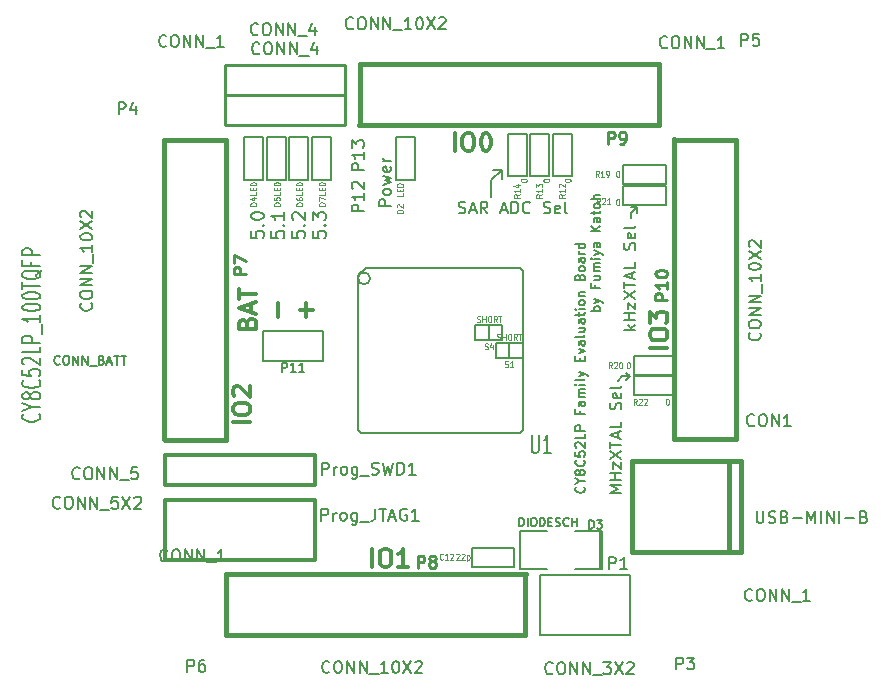
<source format=gto>
G04 (created by PCBNEW (2013-07-07 BZR 4022)-stable) date 2015/10/09 5:51:01*
%MOIN*%
G04 Gerber Fmt 3.4, Leading zero omitted, Abs format*
%FSLAX34Y34*%
G01*
G70*
G90*
G04 APERTURE LIST*
%ADD10C,0.00393701*%
%ADD11C,0.00688976*%
%ADD12C,0.00787402*%
%ADD13C,0.011811*%
%ADD14C,0.00590551*%
%ADD15C,0.012*%
%ADD16C,0.01*%
%ADD17C,0.006*%
%ADD18C,0.015*%
%ADD19C,0.008*%
%ADD20C,0.005*%
%ADD21C,0.0045*%
G04 APERTURE END LIST*
G54D10*
G54D11*
X42971Y-34077D02*
X42986Y-34092D01*
X43001Y-34137D01*
X43001Y-34167D01*
X42986Y-34212D01*
X42956Y-34242D01*
X42926Y-34257D01*
X42866Y-34272D01*
X42821Y-34272D01*
X42761Y-34257D01*
X42731Y-34242D01*
X42701Y-34212D01*
X42686Y-34167D01*
X42686Y-34137D01*
X42701Y-34092D01*
X42716Y-34077D01*
X42851Y-33882D02*
X43001Y-33882D01*
X42686Y-33987D02*
X42851Y-33882D01*
X42686Y-33777D01*
X42821Y-33627D02*
X42806Y-33657D01*
X42791Y-33672D01*
X42761Y-33687D01*
X42746Y-33687D01*
X42716Y-33672D01*
X42701Y-33657D01*
X42686Y-33627D01*
X42686Y-33567D01*
X42701Y-33537D01*
X42716Y-33522D01*
X42746Y-33507D01*
X42761Y-33507D01*
X42791Y-33522D01*
X42806Y-33537D01*
X42821Y-33567D01*
X42821Y-33627D01*
X42836Y-33657D01*
X42851Y-33672D01*
X42881Y-33687D01*
X42941Y-33687D01*
X42971Y-33672D01*
X42986Y-33657D01*
X43001Y-33627D01*
X43001Y-33567D01*
X42986Y-33537D01*
X42971Y-33522D01*
X42941Y-33507D01*
X42881Y-33507D01*
X42851Y-33522D01*
X42836Y-33537D01*
X42821Y-33567D01*
X42971Y-33192D02*
X42986Y-33207D01*
X43001Y-33252D01*
X43001Y-33282D01*
X42986Y-33327D01*
X42956Y-33357D01*
X42926Y-33372D01*
X42866Y-33387D01*
X42821Y-33387D01*
X42761Y-33372D01*
X42731Y-33357D01*
X42701Y-33327D01*
X42686Y-33282D01*
X42686Y-33252D01*
X42701Y-33207D01*
X42716Y-33192D01*
X42686Y-32907D02*
X42686Y-33057D01*
X42836Y-33072D01*
X42821Y-33057D01*
X42806Y-33027D01*
X42806Y-32952D01*
X42821Y-32922D01*
X42836Y-32907D01*
X42866Y-32892D01*
X42941Y-32892D01*
X42971Y-32907D01*
X42986Y-32922D01*
X43001Y-32952D01*
X43001Y-33027D01*
X42986Y-33057D01*
X42971Y-33072D01*
X42716Y-32772D02*
X42701Y-32757D01*
X42686Y-32727D01*
X42686Y-32652D01*
X42701Y-32622D01*
X42716Y-32607D01*
X42746Y-32592D01*
X42776Y-32592D01*
X42821Y-32607D01*
X43001Y-32787D01*
X43001Y-32592D01*
X43001Y-32307D02*
X43001Y-32457D01*
X42686Y-32457D01*
X43001Y-32202D02*
X42686Y-32202D01*
X42686Y-32082D01*
X42701Y-32052D01*
X42716Y-32037D01*
X42746Y-32022D01*
X42791Y-32022D01*
X42821Y-32037D01*
X42836Y-32052D01*
X42851Y-32082D01*
X42851Y-32202D01*
X42836Y-31542D02*
X42836Y-31647D01*
X43001Y-31647D02*
X42686Y-31647D01*
X42686Y-31497D01*
X43001Y-31242D02*
X42836Y-31242D01*
X42806Y-31257D01*
X42791Y-31287D01*
X42791Y-31347D01*
X42806Y-31377D01*
X42986Y-31242D02*
X43001Y-31272D01*
X43001Y-31347D01*
X42986Y-31377D01*
X42956Y-31392D01*
X42926Y-31392D01*
X42896Y-31377D01*
X42881Y-31347D01*
X42881Y-31272D01*
X42866Y-31242D01*
X43001Y-31092D02*
X42791Y-31092D01*
X42821Y-31092D02*
X42806Y-31077D01*
X42791Y-31047D01*
X42791Y-31003D01*
X42806Y-30973D01*
X42836Y-30958D01*
X43001Y-30958D01*
X42836Y-30958D02*
X42806Y-30943D01*
X42791Y-30913D01*
X42791Y-30868D01*
X42806Y-30838D01*
X42836Y-30823D01*
X43001Y-30823D01*
X43001Y-30673D02*
X42791Y-30673D01*
X42686Y-30673D02*
X42701Y-30688D01*
X42716Y-30673D01*
X42701Y-30658D01*
X42686Y-30673D01*
X42716Y-30673D01*
X43001Y-30478D02*
X42986Y-30508D01*
X42956Y-30523D01*
X42686Y-30523D01*
X42791Y-30388D02*
X43001Y-30313D01*
X42791Y-30238D02*
X43001Y-30313D01*
X43076Y-30343D01*
X43091Y-30358D01*
X43106Y-30388D01*
X42836Y-29878D02*
X42836Y-29773D01*
X43001Y-29728D02*
X43001Y-29878D01*
X42686Y-29878D01*
X42686Y-29728D01*
X42791Y-29623D02*
X43001Y-29548D01*
X42791Y-29473D01*
X43001Y-29218D02*
X42836Y-29218D01*
X42806Y-29233D01*
X42791Y-29263D01*
X42791Y-29323D01*
X42806Y-29353D01*
X42986Y-29218D02*
X43001Y-29248D01*
X43001Y-29323D01*
X42986Y-29353D01*
X42956Y-29368D01*
X42926Y-29368D01*
X42896Y-29353D01*
X42881Y-29323D01*
X42881Y-29248D01*
X42866Y-29218D01*
X43001Y-29023D02*
X42986Y-29053D01*
X42956Y-29068D01*
X42686Y-29068D01*
X42791Y-28768D02*
X43001Y-28768D01*
X42791Y-28903D02*
X42956Y-28903D01*
X42986Y-28888D01*
X43001Y-28858D01*
X43001Y-28813D01*
X42986Y-28783D01*
X42971Y-28768D01*
X43001Y-28483D02*
X42836Y-28483D01*
X42806Y-28498D01*
X42791Y-28528D01*
X42791Y-28588D01*
X42806Y-28618D01*
X42986Y-28483D02*
X43001Y-28513D01*
X43001Y-28588D01*
X42986Y-28618D01*
X42956Y-28633D01*
X42926Y-28633D01*
X42896Y-28618D01*
X42881Y-28588D01*
X42881Y-28513D01*
X42866Y-28483D01*
X42791Y-28378D02*
X42791Y-28258D01*
X42686Y-28333D02*
X42956Y-28333D01*
X42986Y-28318D01*
X43001Y-28288D01*
X43001Y-28258D01*
X43001Y-28153D02*
X42791Y-28153D01*
X42686Y-28153D02*
X42701Y-28168D01*
X42716Y-28153D01*
X42701Y-28138D01*
X42686Y-28153D01*
X42716Y-28153D01*
X43001Y-27958D02*
X42986Y-27988D01*
X42971Y-28003D01*
X42941Y-28018D01*
X42851Y-28018D01*
X42821Y-28003D01*
X42806Y-27988D01*
X42791Y-27958D01*
X42791Y-27913D01*
X42806Y-27883D01*
X42821Y-27868D01*
X42851Y-27853D01*
X42941Y-27853D01*
X42971Y-27868D01*
X42986Y-27883D01*
X43001Y-27913D01*
X43001Y-27958D01*
X42791Y-27718D02*
X43001Y-27718D01*
X42821Y-27718D02*
X42806Y-27703D01*
X42791Y-27673D01*
X42791Y-27628D01*
X42806Y-27598D01*
X42836Y-27583D01*
X43001Y-27583D01*
X42836Y-27088D02*
X42851Y-27043D01*
X42866Y-27028D01*
X42896Y-27013D01*
X42941Y-27013D01*
X42971Y-27028D01*
X42986Y-27043D01*
X43001Y-27073D01*
X43001Y-27193D01*
X42686Y-27193D01*
X42686Y-27088D01*
X42701Y-27058D01*
X42716Y-27043D01*
X42746Y-27028D01*
X42776Y-27028D01*
X42806Y-27043D01*
X42821Y-27058D01*
X42836Y-27088D01*
X42836Y-27193D01*
X43001Y-26833D02*
X42986Y-26863D01*
X42971Y-26878D01*
X42941Y-26893D01*
X42851Y-26893D01*
X42821Y-26878D01*
X42806Y-26863D01*
X42791Y-26833D01*
X42791Y-26788D01*
X42806Y-26758D01*
X42821Y-26743D01*
X42851Y-26728D01*
X42941Y-26728D01*
X42971Y-26743D01*
X42986Y-26758D01*
X43001Y-26788D01*
X43001Y-26833D01*
X43001Y-26458D02*
X42836Y-26458D01*
X42806Y-26473D01*
X42791Y-26503D01*
X42791Y-26563D01*
X42806Y-26593D01*
X42986Y-26458D02*
X43001Y-26488D01*
X43001Y-26563D01*
X42986Y-26593D01*
X42956Y-26608D01*
X42926Y-26608D01*
X42896Y-26593D01*
X42881Y-26563D01*
X42881Y-26488D01*
X42866Y-26458D01*
X43001Y-26308D02*
X42791Y-26308D01*
X42851Y-26308D02*
X42821Y-26293D01*
X42806Y-26278D01*
X42791Y-26248D01*
X42791Y-26218D01*
X43001Y-25978D02*
X42686Y-25978D01*
X42986Y-25978D02*
X43001Y-26008D01*
X43001Y-26068D01*
X42986Y-26098D01*
X42971Y-26113D01*
X42941Y-26128D01*
X42851Y-26128D01*
X42821Y-26113D01*
X42806Y-26098D01*
X42791Y-26068D01*
X42791Y-26008D01*
X42806Y-25978D01*
X43511Y-28205D02*
X43196Y-28205D01*
X43316Y-28205D02*
X43301Y-28175D01*
X43301Y-28115D01*
X43316Y-28085D01*
X43331Y-28070D01*
X43361Y-28055D01*
X43451Y-28055D01*
X43481Y-28070D01*
X43496Y-28085D01*
X43511Y-28115D01*
X43511Y-28175D01*
X43496Y-28205D01*
X43301Y-27950D02*
X43511Y-27875D01*
X43301Y-27800D02*
X43511Y-27875D01*
X43586Y-27905D01*
X43601Y-27920D01*
X43616Y-27950D01*
X43346Y-27335D02*
X43346Y-27440D01*
X43511Y-27440D02*
X43196Y-27440D01*
X43196Y-27290D01*
X43301Y-27035D02*
X43511Y-27035D01*
X43301Y-27170D02*
X43466Y-27170D01*
X43496Y-27155D01*
X43511Y-27125D01*
X43511Y-27080D01*
X43496Y-27050D01*
X43481Y-27035D01*
X43511Y-26886D02*
X43301Y-26886D01*
X43331Y-26886D02*
X43316Y-26871D01*
X43301Y-26841D01*
X43301Y-26796D01*
X43316Y-26766D01*
X43346Y-26751D01*
X43511Y-26751D01*
X43346Y-26751D02*
X43316Y-26736D01*
X43301Y-26706D01*
X43301Y-26661D01*
X43316Y-26631D01*
X43346Y-26616D01*
X43511Y-26616D01*
X43511Y-26466D02*
X43301Y-26466D01*
X43196Y-26466D02*
X43211Y-26481D01*
X43226Y-26466D01*
X43211Y-26451D01*
X43196Y-26466D01*
X43226Y-26466D01*
X43301Y-26346D02*
X43511Y-26271D01*
X43301Y-26196D02*
X43511Y-26271D01*
X43586Y-26301D01*
X43601Y-26316D01*
X43616Y-26346D01*
X43511Y-25941D02*
X43346Y-25941D01*
X43316Y-25956D01*
X43301Y-25986D01*
X43301Y-26046D01*
X43316Y-26076D01*
X43496Y-25941D02*
X43511Y-25971D01*
X43511Y-26046D01*
X43496Y-26076D01*
X43466Y-26091D01*
X43436Y-26091D01*
X43406Y-26076D01*
X43391Y-26046D01*
X43391Y-25971D01*
X43376Y-25941D01*
X43511Y-25551D02*
X43196Y-25551D01*
X43511Y-25371D02*
X43331Y-25506D01*
X43196Y-25371D02*
X43376Y-25551D01*
X43511Y-25101D02*
X43346Y-25101D01*
X43316Y-25116D01*
X43301Y-25146D01*
X43301Y-25206D01*
X43316Y-25236D01*
X43496Y-25101D02*
X43511Y-25131D01*
X43511Y-25206D01*
X43496Y-25236D01*
X43466Y-25251D01*
X43436Y-25251D01*
X43406Y-25236D01*
X43391Y-25206D01*
X43391Y-25131D01*
X43376Y-25101D01*
X43301Y-24996D02*
X43301Y-24876D01*
X43196Y-24951D02*
X43466Y-24951D01*
X43496Y-24936D01*
X43511Y-24906D01*
X43511Y-24876D01*
X43511Y-24726D02*
X43496Y-24756D01*
X43481Y-24771D01*
X43451Y-24786D01*
X43361Y-24786D01*
X43331Y-24771D01*
X43316Y-24756D01*
X43301Y-24726D01*
X43301Y-24681D01*
X43316Y-24651D01*
X43331Y-24636D01*
X43361Y-24621D01*
X43451Y-24621D01*
X43481Y-24636D01*
X43496Y-24651D01*
X43511Y-24681D01*
X43511Y-24726D01*
X43511Y-24486D02*
X43196Y-24486D01*
X43511Y-24351D02*
X43346Y-24351D01*
X43316Y-24366D01*
X43301Y-24396D01*
X43301Y-24441D01*
X43316Y-24471D01*
X43331Y-24486D01*
G54D12*
X44488Y-30393D02*
X44370Y-30275D01*
X44488Y-30393D02*
X44370Y-30511D01*
X44251Y-30393D02*
X44488Y-30393D01*
X44094Y-30551D02*
X44251Y-30393D01*
X44214Y-34291D02*
X43820Y-34291D01*
X44101Y-34160D01*
X43820Y-34028D01*
X44214Y-34028D01*
X44214Y-33841D02*
X43820Y-33841D01*
X44008Y-33841D02*
X44008Y-33616D01*
X44214Y-33616D02*
X43820Y-33616D01*
X43952Y-33466D02*
X43952Y-33260D01*
X44214Y-33466D01*
X44214Y-33260D01*
X43820Y-33147D02*
X44214Y-32885D01*
X43820Y-32885D02*
X44214Y-33147D01*
X43820Y-32791D02*
X43820Y-32566D01*
X44214Y-32679D02*
X43820Y-32679D01*
X44101Y-32454D02*
X44101Y-32266D01*
X44214Y-32491D02*
X43820Y-32360D01*
X44214Y-32229D01*
X44214Y-31910D02*
X44214Y-32097D01*
X43820Y-32097D01*
X44195Y-31497D02*
X44214Y-31441D01*
X44214Y-31347D01*
X44195Y-31310D01*
X44176Y-31291D01*
X44139Y-31272D01*
X44101Y-31272D01*
X44064Y-31291D01*
X44045Y-31310D01*
X44026Y-31347D01*
X44008Y-31422D01*
X43989Y-31460D01*
X43970Y-31479D01*
X43933Y-31497D01*
X43895Y-31497D01*
X43858Y-31479D01*
X43839Y-31460D01*
X43820Y-31422D01*
X43820Y-31329D01*
X43839Y-31272D01*
X44195Y-30954D02*
X44214Y-30991D01*
X44214Y-31066D01*
X44195Y-31104D01*
X44158Y-31122D01*
X44008Y-31122D01*
X43970Y-31104D01*
X43952Y-31066D01*
X43952Y-30991D01*
X43970Y-30954D01*
X44008Y-30935D01*
X44045Y-30935D01*
X44083Y-31122D01*
X44214Y-30710D02*
X44195Y-30748D01*
X44158Y-30766D01*
X43820Y-30766D01*
X44724Y-24763D02*
X44527Y-24763D01*
X44724Y-24763D02*
X44724Y-24960D01*
X44527Y-24960D02*
X44724Y-24763D01*
X44527Y-25118D02*
X44527Y-24960D01*
X40000Y-23503D02*
X39921Y-23503D01*
X40236Y-23503D02*
X40000Y-23503D01*
X40236Y-23503D02*
X40236Y-23818D01*
X39881Y-23858D02*
X40236Y-23503D01*
X39881Y-24409D02*
X39881Y-23858D01*
X44686Y-28832D02*
X44293Y-28832D01*
X44536Y-28794D02*
X44686Y-28682D01*
X44424Y-28682D02*
X44574Y-28832D01*
X44686Y-28513D02*
X44293Y-28513D01*
X44480Y-28513D02*
X44480Y-28288D01*
X44686Y-28288D02*
X44293Y-28288D01*
X44424Y-28138D02*
X44424Y-27932D01*
X44686Y-28138D01*
X44686Y-27932D01*
X44293Y-27819D02*
X44686Y-27557D01*
X44293Y-27557D02*
X44686Y-27819D01*
X44293Y-27463D02*
X44293Y-27238D01*
X44686Y-27350D02*
X44293Y-27350D01*
X44574Y-27125D02*
X44574Y-26938D01*
X44686Y-27163D02*
X44293Y-27032D01*
X44686Y-26901D01*
X44686Y-26582D02*
X44686Y-26769D01*
X44293Y-26769D01*
X44668Y-26169D02*
X44686Y-26113D01*
X44686Y-26019D01*
X44668Y-25982D01*
X44649Y-25963D01*
X44611Y-25944D01*
X44574Y-25944D01*
X44536Y-25963D01*
X44518Y-25982D01*
X44499Y-26019D01*
X44480Y-26094D01*
X44461Y-26132D01*
X44443Y-26151D01*
X44405Y-26169D01*
X44368Y-26169D01*
X44330Y-26151D01*
X44311Y-26132D01*
X44293Y-26094D01*
X44293Y-26001D01*
X44311Y-25944D01*
X44668Y-25626D02*
X44686Y-25663D01*
X44686Y-25738D01*
X44668Y-25776D01*
X44630Y-25794D01*
X44480Y-25794D01*
X44443Y-25776D01*
X44424Y-25738D01*
X44424Y-25663D01*
X44443Y-25626D01*
X44480Y-25607D01*
X44518Y-25607D01*
X44555Y-25794D01*
X44686Y-25382D02*
X44668Y-25419D01*
X44630Y-25438D01*
X44293Y-25438D01*
X38790Y-24943D02*
X38847Y-24962D01*
X38940Y-24962D01*
X38978Y-24943D01*
X38997Y-24925D01*
X39015Y-24887D01*
X39015Y-24850D01*
X38997Y-24812D01*
X38978Y-24793D01*
X38940Y-24775D01*
X38865Y-24756D01*
X38828Y-24737D01*
X38809Y-24718D01*
X38790Y-24681D01*
X38790Y-24643D01*
X38809Y-24606D01*
X38828Y-24587D01*
X38865Y-24568D01*
X38959Y-24568D01*
X39015Y-24587D01*
X39165Y-24850D02*
X39353Y-24850D01*
X39128Y-24962D02*
X39259Y-24568D01*
X39390Y-24962D01*
X39746Y-24962D02*
X39615Y-24775D01*
X39521Y-24962D02*
X39521Y-24568D01*
X39671Y-24568D01*
X39709Y-24587D01*
X39728Y-24606D01*
X39746Y-24643D01*
X39746Y-24700D01*
X39728Y-24737D01*
X39709Y-24756D01*
X39671Y-24775D01*
X39521Y-24775D01*
X40196Y-24850D02*
X40384Y-24850D01*
X40159Y-24962D02*
X40290Y-24568D01*
X40421Y-24962D01*
X40553Y-24962D02*
X40553Y-24568D01*
X40646Y-24568D01*
X40703Y-24587D01*
X40740Y-24625D01*
X40759Y-24662D01*
X40778Y-24737D01*
X40778Y-24793D01*
X40759Y-24868D01*
X40740Y-24906D01*
X40703Y-24943D01*
X40646Y-24962D01*
X40553Y-24962D01*
X41171Y-24925D02*
X41152Y-24943D01*
X41096Y-24962D01*
X41059Y-24962D01*
X41002Y-24943D01*
X40965Y-24906D01*
X40946Y-24868D01*
X40928Y-24793D01*
X40928Y-24737D01*
X40946Y-24662D01*
X40965Y-24625D01*
X41002Y-24587D01*
X41059Y-24568D01*
X41096Y-24568D01*
X41152Y-24587D01*
X41171Y-24606D01*
X41621Y-24943D02*
X41677Y-24962D01*
X41771Y-24962D01*
X41809Y-24943D01*
X41827Y-24925D01*
X41846Y-24887D01*
X41846Y-24850D01*
X41827Y-24812D01*
X41809Y-24793D01*
X41771Y-24775D01*
X41696Y-24756D01*
X41659Y-24737D01*
X41640Y-24718D01*
X41621Y-24681D01*
X41621Y-24643D01*
X41640Y-24606D01*
X41659Y-24587D01*
X41696Y-24568D01*
X41790Y-24568D01*
X41846Y-24587D01*
X42165Y-24943D02*
X42127Y-24962D01*
X42052Y-24962D01*
X42015Y-24943D01*
X41996Y-24906D01*
X41996Y-24756D01*
X42015Y-24718D01*
X42052Y-24700D01*
X42127Y-24700D01*
X42165Y-24718D01*
X42184Y-24756D01*
X42184Y-24793D01*
X41996Y-24831D01*
X42409Y-24962D02*
X42371Y-24943D01*
X42352Y-24906D01*
X42352Y-24568D01*
X36537Y-24715D02*
X36143Y-24715D01*
X36143Y-24565D01*
X36162Y-24527D01*
X36181Y-24508D01*
X36218Y-24490D01*
X36274Y-24490D01*
X36312Y-24508D01*
X36331Y-24527D01*
X36349Y-24565D01*
X36349Y-24715D01*
X36537Y-24265D02*
X36518Y-24302D01*
X36499Y-24321D01*
X36462Y-24340D01*
X36349Y-24340D01*
X36312Y-24321D01*
X36293Y-24302D01*
X36274Y-24265D01*
X36274Y-24208D01*
X36293Y-24171D01*
X36312Y-24152D01*
X36349Y-24133D01*
X36462Y-24133D01*
X36499Y-24152D01*
X36518Y-24171D01*
X36537Y-24208D01*
X36537Y-24265D01*
X36274Y-24002D02*
X36537Y-23927D01*
X36349Y-23852D01*
X36537Y-23777D01*
X36274Y-23702D01*
X36518Y-23402D02*
X36537Y-23440D01*
X36537Y-23515D01*
X36518Y-23552D01*
X36481Y-23571D01*
X36331Y-23571D01*
X36293Y-23552D01*
X36274Y-23515D01*
X36274Y-23440D01*
X36293Y-23402D01*
X36331Y-23383D01*
X36368Y-23383D01*
X36406Y-23571D01*
X36537Y-23215D02*
X36274Y-23215D01*
X36349Y-23215D02*
X36312Y-23196D01*
X36293Y-23177D01*
X36274Y-23140D01*
X36274Y-23102D01*
X31868Y-25560D02*
X31868Y-25766D01*
X32074Y-25787D01*
X32053Y-25766D01*
X32033Y-25725D01*
X32033Y-25622D01*
X32053Y-25581D01*
X32074Y-25560D01*
X32115Y-25539D01*
X32218Y-25539D01*
X32260Y-25560D01*
X32280Y-25581D01*
X32301Y-25622D01*
X32301Y-25725D01*
X32280Y-25766D01*
X32260Y-25787D01*
X32260Y-25354D02*
X32280Y-25333D01*
X32301Y-25354D01*
X32280Y-25374D01*
X32260Y-25354D01*
X32301Y-25354D01*
X31868Y-25065D02*
X31868Y-25024D01*
X31888Y-24983D01*
X31909Y-24962D01*
X31950Y-24941D01*
X32033Y-24921D01*
X32136Y-24921D01*
X32218Y-24941D01*
X32260Y-24962D01*
X32280Y-24983D01*
X32301Y-25024D01*
X32301Y-25065D01*
X32280Y-25106D01*
X32260Y-25127D01*
X32218Y-25148D01*
X32136Y-25168D01*
X32033Y-25168D01*
X31950Y-25148D01*
X31909Y-25127D01*
X31888Y-25106D01*
X31868Y-25065D01*
X32553Y-25560D02*
X32553Y-25766D01*
X32759Y-25787D01*
X32738Y-25766D01*
X32718Y-25725D01*
X32718Y-25622D01*
X32738Y-25581D01*
X32759Y-25560D01*
X32800Y-25539D01*
X32903Y-25539D01*
X32945Y-25560D01*
X32965Y-25581D01*
X32986Y-25622D01*
X32986Y-25725D01*
X32965Y-25766D01*
X32945Y-25787D01*
X32945Y-25354D02*
X32965Y-25333D01*
X32986Y-25354D01*
X32965Y-25374D01*
X32945Y-25354D01*
X32986Y-25354D01*
X32986Y-24921D02*
X32986Y-25168D01*
X32986Y-25044D02*
X32553Y-25044D01*
X32615Y-25086D01*
X32656Y-25127D01*
X32676Y-25168D01*
X33238Y-25560D02*
X33238Y-25766D01*
X33444Y-25787D01*
X33423Y-25766D01*
X33403Y-25725D01*
X33403Y-25622D01*
X33423Y-25581D01*
X33444Y-25560D01*
X33485Y-25539D01*
X33588Y-25539D01*
X33630Y-25560D01*
X33650Y-25581D01*
X33671Y-25622D01*
X33671Y-25725D01*
X33650Y-25766D01*
X33630Y-25787D01*
X33630Y-25354D02*
X33650Y-25333D01*
X33671Y-25354D01*
X33650Y-25374D01*
X33630Y-25354D01*
X33671Y-25354D01*
X33279Y-25168D02*
X33258Y-25148D01*
X33238Y-25106D01*
X33238Y-25003D01*
X33258Y-24962D01*
X33279Y-24941D01*
X33320Y-24921D01*
X33362Y-24921D01*
X33423Y-24941D01*
X33671Y-25189D01*
X33671Y-24921D01*
X33923Y-25560D02*
X33923Y-25766D01*
X34129Y-25787D01*
X34108Y-25766D01*
X34088Y-25725D01*
X34088Y-25622D01*
X34108Y-25581D01*
X34129Y-25560D01*
X34170Y-25539D01*
X34273Y-25539D01*
X34315Y-25560D01*
X34335Y-25581D01*
X34356Y-25622D01*
X34356Y-25725D01*
X34335Y-25766D01*
X34315Y-25787D01*
X34315Y-25354D02*
X34335Y-25333D01*
X34356Y-25354D01*
X34335Y-25374D01*
X34315Y-25354D01*
X34356Y-25354D01*
X33923Y-25189D02*
X33923Y-24921D01*
X34088Y-25065D01*
X34088Y-25003D01*
X34108Y-24962D01*
X34129Y-24941D01*
X34170Y-24921D01*
X34273Y-24921D01*
X34315Y-24941D01*
X34335Y-24962D01*
X34356Y-25003D01*
X34356Y-25127D01*
X34335Y-25168D01*
X34315Y-25189D01*
G54D13*
X38661Y-22876D02*
X38661Y-22286D01*
X39055Y-22286D02*
X39167Y-22286D01*
X39223Y-22314D01*
X39280Y-22370D01*
X39308Y-22483D01*
X39308Y-22679D01*
X39280Y-22792D01*
X39223Y-22848D01*
X39167Y-22876D01*
X39055Y-22876D01*
X38998Y-22848D01*
X38942Y-22792D01*
X38914Y-22679D01*
X38914Y-22483D01*
X38942Y-22370D01*
X38998Y-22314D01*
X39055Y-22286D01*
X39673Y-22286D02*
X39730Y-22286D01*
X39786Y-22314D01*
X39814Y-22342D01*
X39842Y-22398D01*
X39870Y-22511D01*
X39870Y-22651D01*
X39842Y-22764D01*
X39814Y-22820D01*
X39786Y-22848D01*
X39730Y-22876D01*
X39673Y-22876D01*
X39617Y-22848D01*
X39589Y-22820D01*
X39561Y-22764D01*
X39533Y-22651D01*
X39533Y-22511D01*
X39561Y-22398D01*
X39589Y-22342D01*
X39617Y-22314D01*
X39673Y-22286D01*
X45750Y-29448D02*
X45160Y-29448D01*
X45160Y-29055D02*
X45160Y-28942D01*
X45188Y-28886D01*
X45244Y-28830D01*
X45357Y-28802D01*
X45553Y-28802D01*
X45666Y-28830D01*
X45722Y-28886D01*
X45750Y-28942D01*
X45750Y-29055D01*
X45722Y-29111D01*
X45666Y-29167D01*
X45553Y-29195D01*
X45357Y-29195D01*
X45244Y-29167D01*
X45188Y-29111D01*
X45160Y-29055D01*
X45160Y-28605D02*
X45160Y-28239D01*
X45385Y-28436D01*
X45385Y-28352D01*
X45413Y-28295D01*
X45441Y-28267D01*
X45497Y-28239D01*
X45638Y-28239D01*
X45694Y-28267D01*
X45722Y-28295D01*
X45750Y-28352D01*
X45750Y-28520D01*
X45722Y-28577D01*
X45694Y-28605D01*
X35905Y-36735D02*
X35905Y-36144D01*
X36299Y-36144D02*
X36411Y-36144D01*
X36467Y-36172D01*
X36524Y-36228D01*
X36552Y-36341D01*
X36552Y-36538D01*
X36524Y-36650D01*
X36467Y-36706D01*
X36411Y-36735D01*
X36299Y-36735D01*
X36242Y-36706D01*
X36186Y-36650D01*
X36158Y-36538D01*
X36158Y-36341D01*
X36186Y-36228D01*
X36242Y-36172D01*
X36299Y-36144D01*
X37114Y-36735D02*
X36777Y-36735D01*
X36946Y-36735D02*
X36946Y-36144D01*
X36889Y-36228D01*
X36833Y-36285D01*
X36777Y-36313D01*
X31853Y-31929D02*
X31262Y-31929D01*
X31262Y-31535D02*
X31262Y-31422D01*
X31290Y-31366D01*
X31347Y-31310D01*
X31459Y-31282D01*
X31656Y-31282D01*
X31768Y-31310D01*
X31825Y-31366D01*
X31853Y-31422D01*
X31853Y-31535D01*
X31825Y-31591D01*
X31768Y-31647D01*
X31656Y-31676D01*
X31459Y-31676D01*
X31347Y-31647D01*
X31290Y-31591D01*
X31262Y-31535D01*
X31318Y-31057D02*
X31290Y-31029D01*
X31262Y-30973D01*
X31262Y-30832D01*
X31290Y-30776D01*
X31318Y-30748D01*
X31375Y-30719D01*
X31431Y-30719D01*
X31515Y-30748D01*
X31853Y-31085D01*
X31853Y-30719D01*
X31740Y-28624D02*
X31768Y-28540D01*
X31796Y-28512D01*
X31853Y-28484D01*
X31937Y-28484D01*
X31993Y-28512D01*
X32021Y-28540D01*
X32050Y-28596D01*
X32050Y-28821D01*
X31459Y-28821D01*
X31459Y-28624D01*
X31487Y-28568D01*
X31515Y-28540D01*
X31571Y-28512D01*
X31628Y-28512D01*
X31684Y-28540D01*
X31712Y-28568D01*
X31740Y-28624D01*
X31740Y-28821D01*
X31881Y-28259D02*
X31881Y-27978D01*
X32050Y-28315D02*
X31459Y-28118D01*
X32050Y-27921D01*
X31459Y-27809D02*
X31459Y-27471D01*
X32050Y-27640D02*
X31459Y-27640D01*
X32769Y-28413D02*
X32769Y-27964D01*
X33714Y-28413D02*
X33714Y-27964D01*
X33939Y-28188D02*
X33489Y-28188D01*
G54D14*
X43503Y-36811D02*
X43503Y-35551D01*
X40826Y-36811D02*
X40826Y-35551D01*
X43582Y-36811D02*
X43582Y-35551D01*
X41733Y-35549D02*
X40833Y-35549D01*
X40833Y-36813D02*
X41733Y-36813D01*
X42677Y-36811D02*
X43582Y-36811D01*
X43582Y-35551D02*
X42677Y-35551D01*
G54D15*
X29000Y-34500D02*
X34000Y-34500D01*
X34000Y-34500D02*
X34000Y-36500D01*
X34000Y-36500D02*
X29000Y-36500D01*
X29000Y-36500D02*
X29000Y-34500D01*
X34000Y-34000D02*
X34000Y-33000D01*
X29000Y-33000D02*
X29000Y-34000D01*
X34000Y-34000D02*
X29000Y-34000D01*
X29000Y-33000D02*
X34000Y-33000D01*
G54D16*
X31000Y-20000D02*
X35000Y-20000D01*
X31000Y-21000D02*
X35000Y-21000D01*
X35000Y-21000D02*
X35000Y-20000D01*
X31000Y-20000D02*
X31000Y-21000D01*
X35000Y-22000D02*
X31000Y-22000D01*
X35000Y-21000D02*
X31000Y-21000D01*
X31000Y-21000D02*
X31000Y-22000D01*
X35000Y-22000D02*
X35000Y-21000D01*
G54D17*
X34267Y-28870D02*
X34267Y-29870D01*
X34267Y-29870D02*
X32267Y-29870D01*
X32267Y-29870D02*
X32267Y-28870D01*
X32267Y-28870D02*
X34267Y-28870D01*
G54D18*
X35515Y-19976D02*
X45476Y-19976D01*
X45476Y-19976D02*
X45476Y-22023D01*
X45476Y-22023D02*
X35476Y-22023D01*
X35500Y-20000D02*
X35500Y-22000D01*
X28976Y-32484D02*
X28976Y-22523D01*
X28976Y-22523D02*
X31023Y-22523D01*
X31023Y-22523D02*
X31023Y-32523D01*
X29000Y-32500D02*
X31000Y-32500D01*
X48023Y-22515D02*
X48023Y-32476D01*
X48023Y-32476D02*
X45976Y-32476D01*
X45976Y-32476D02*
X45976Y-22476D01*
X48000Y-22500D02*
X46000Y-22500D01*
X40984Y-39023D02*
X31023Y-39023D01*
X31023Y-39023D02*
X31023Y-36976D01*
X31023Y-36976D02*
X41023Y-36976D01*
X41000Y-39000D02*
X41000Y-37000D01*
G54D14*
X39232Y-36102D02*
X40649Y-36102D01*
X40649Y-36102D02*
X40649Y-36732D01*
X40649Y-36732D02*
X39232Y-36732D01*
X39232Y-36732D02*
X39232Y-36102D01*
X33149Y-23838D02*
X33149Y-22421D01*
X33149Y-22421D02*
X33779Y-22421D01*
X33779Y-22421D02*
X33779Y-23838D01*
X33779Y-23838D02*
X33149Y-23838D01*
X33897Y-23838D02*
X33897Y-22421D01*
X33897Y-22421D02*
X34527Y-22421D01*
X34527Y-22421D02*
X34527Y-23838D01*
X34527Y-23838D02*
X33897Y-23838D01*
X37322Y-22421D02*
X37322Y-23838D01*
X37322Y-23838D02*
X36692Y-23838D01*
X36692Y-23838D02*
X36692Y-22421D01*
X36692Y-22421D02*
X37322Y-22421D01*
X32401Y-23838D02*
X32401Y-22421D01*
X32401Y-22421D02*
X33031Y-22421D01*
X33031Y-22421D02*
X33031Y-23838D01*
X33031Y-23838D02*
X32401Y-23838D01*
X31653Y-23838D02*
X31653Y-22421D01*
X31653Y-22421D02*
X32283Y-22421D01*
X32283Y-22421D02*
X32283Y-23838D01*
X32283Y-23838D02*
X31653Y-23838D01*
G54D19*
X35838Y-27127D02*
G75*
G03X35838Y-27127I-200J0D01*
G74*
G01*
X35688Y-26777D02*
X35438Y-27027D01*
X35538Y-32277D02*
X35438Y-32177D01*
X40838Y-32277D02*
X40938Y-32177D01*
X40938Y-26877D02*
X40838Y-26777D01*
X35438Y-27027D02*
X35438Y-32177D01*
X35538Y-32277D02*
X40838Y-32277D01*
X40938Y-32177D02*
X40938Y-26877D01*
X40838Y-26777D02*
X35688Y-26777D01*
G54D14*
X44625Y-30393D02*
X46043Y-30393D01*
X46043Y-30393D02*
X46043Y-31023D01*
X46043Y-31023D02*
X44625Y-31023D01*
X44625Y-31023D02*
X44625Y-30393D01*
X44625Y-29724D02*
X46043Y-29724D01*
X46043Y-29724D02*
X46043Y-30354D01*
X46043Y-30354D02*
X44625Y-30354D01*
X44625Y-30354D02*
X44625Y-29724D01*
X44271Y-24055D02*
X45688Y-24055D01*
X45688Y-24055D02*
X45688Y-24685D01*
X45688Y-24685D02*
X44271Y-24685D01*
X44271Y-24685D02*
X44271Y-24055D01*
X44271Y-23346D02*
X45688Y-23346D01*
X45688Y-23346D02*
X45688Y-23976D01*
X45688Y-23976D02*
X44271Y-23976D01*
X44271Y-23976D02*
X44271Y-23346D01*
X41181Y-23720D02*
X41181Y-22303D01*
X41181Y-22303D02*
X41811Y-22303D01*
X41811Y-22303D02*
X41811Y-23720D01*
X41811Y-23720D02*
X41181Y-23720D01*
X40433Y-23720D02*
X40433Y-22303D01*
X40433Y-22303D02*
X41062Y-22303D01*
X41062Y-22303D02*
X41062Y-23720D01*
X41062Y-23720D02*
X40433Y-23720D01*
X41929Y-23720D02*
X41929Y-22303D01*
X41929Y-22303D02*
X42559Y-22303D01*
X42559Y-22303D02*
X42559Y-23720D01*
X42559Y-23720D02*
X41929Y-23720D01*
G54D19*
X41500Y-37000D02*
X44500Y-37000D01*
X44500Y-39000D02*
X41500Y-39000D01*
X41500Y-39000D02*
X41500Y-37000D01*
X44500Y-37000D02*
X44500Y-39000D01*
G54D14*
X40472Y-29330D02*
X40472Y-29291D01*
X40472Y-29330D02*
X40472Y-29763D01*
G54D20*
X40022Y-29277D02*
X40922Y-29277D01*
X40922Y-29277D02*
X40922Y-29777D01*
X40922Y-29777D02*
X40022Y-29777D01*
X40022Y-29777D02*
X40022Y-29277D01*
G54D14*
X39803Y-28740D02*
X39803Y-28700D01*
X39803Y-28740D02*
X39803Y-29173D01*
G54D20*
X39353Y-28687D02*
X40253Y-28687D01*
X40253Y-28687D02*
X40253Y-29187D01*
X40253Y-29187D02*
X39353Y-29187D01*
X39353Y-29187D02*
X39353Y-28687D01*
G54D18*
X47794Y-36240D02*
X47794Y-33208D01*
X48188Y-36240D02*
X48188Y-33208D01*
X48188Y-33208D02*
X44566Y-33208D01*
X44566Y-33208D02*
X44566Y-36240D01*
X44566Y-36240D02*
X48188Y-36240D01*
G54D20*
X43142Y-35466D02*
X43142Y-35190D01*
X43208Y-35190D01*
X43247Y-35203D01*
X43274Y-35229D01*
X43287Y-35255D01*
X43300Y-35308D01*
X43300Y-35347D01*
X43287Y-35400D01*
X43274Y-35426D01*
X43247Y-35452D01*
X43208Y-35466D01*
X43142Y-35466D01*
X43392Y-35190D02*
X43563Y-35190D01*
X43471Y-35295D01*
X43510Y-35295D01*
X43537Y-35308D01*
X43550Y-35321D01*
X43563Y-35347D01*
X43563Y-35413D01*
X43550Y-35439D01*
X43537Y-35452D01*
X43510Y-35466D01*
X43431Y-35466D01*
X43405Y-35452D01*
X43392Y-35439D01*
X40812Y-35387D02*
X40812Y-35111D01*
X40877Y-35111D01*
X40917Y-35124D01*
X40943Y-35150D01*
X40956Y-35177D01*
X40969Y-35229D01*
X40969Y-35269D01*
X40956Y-35321D01*
X40943Y-35347D01*
X40917Y-35374D01*
X40877Y-35387D01*
X40812Y-35387D01*
X41088Y-35387D02*
X41088Y-35111D01*
X41272Y-35111D02*
X41324Y-35111D01*
X41351Y-35124D01*
X41377Y-35150D01*
X41390Y-35203D01*
X41390Y-35295D01*
X41377Y-35347D01*
X41351Y-35374D01*
X41324Y-35387D01*
X41272Y-35387D01*
X41245Y-35374D01*
X41219Y-35347D01*
X41206Y-35295D01*
X41206Y-35203D01*
X41219Y-35150D01*
X41245Y-35124D01*
X41272Y-35111D01*
X41508Y-35387D02*
X41508Y-35111D01*
X41574Y-35111D01*
X41613Y-35124D01*
X41640Y-35150D01*
X41653Y-35177D01*
X41666Y-35229D01*
X41666Y-35269D01*
X41653Y-35321D01*
X41640Y-35347D01*
X41613Y-35374D01*
X41574Y-35387D01*
X41508Y-35387D01*
X41784Y-35242D02*
X41876Y-35242D01*
X41916Y-35387D02*
X41784Y-35387D01*
X41784Y-35111D01*
X41916Y-35111D01*
X42021Y-35374D02*
X42060Y-35387D01*
X42126Y-35387D01*
X42152Y-35374D01*
X42165Y-35361D01*
X42179Y-35334D01*
X42179Y-35308D01*
X42165Y-35282D01*
X42152Y-35269D01*
X42126Y-35255D01*
X42073Y-35242D01*
X42047Y-35229D01*
X42034Y-35216D01*
X42021Y-35190D01*
X42021Y-35163D01*
X42034Y-35137D01*
X42047Y-35124D01*
X42073Y-35111D01*
X42139Y-35111D01*
X42179Y-35124D01*
X42455Y-35361D02*
X42441Y-35374D01*
X42402Y-35387D01*
X42376Y-35387D01*
X42336Y-35374D01*
X42310Y-35347D01*
X42297Y-35321D01*
X42284Y-35269D01*
X42284Y-35229D01*
X42297Y-35177D01*
X42310Y-35150D01*
X42336Y-35124D01*
X42376Y-35111D01*
X42402Y-35111D01*
X42441Y-35124D01*
X42455Y-35137D01*
X42573Y-35387D02*
X42573Y-35111D01*
X42573Y-35242D02*
X42731Y-35242D01*
X42731Y-35387D02*
X42731Y-35111D01*
G54D19*
X34217Y-35201D02*
X34217Y-34801D01*
X34369Y-34801D01*
X34407Y-34820D01*
X34426Y-34839D01*
X34445Y-34877D01*
X34445Y-34934D01*
X34426Y-34972D01*
X34407Y-34991D01*
X34369Y-35010D01*
X34217Y-35010D01*
X34617Y-35201D02*
X34617Y-34934D01*
X34617Y-35010D02*
X34636Y-34972D01*
X34655Y-34953D01*
X34693Y-34934D01*
X34731Y-34934D01*
X34922Y-35201D02*
X34883Y-35182D01*
X34864Y-35163D01*
X34845Y-35125D01*
X34845Y-35010D01*
X34864Y-34972D01*
X34883Y-34953D01*
X34922Y-34934D01*
X34979Y-34934D01*
X35017Y-34953D01*
X35036Y-34972D01*
X35055Y-35010D01*
X35055Y-35125D01*
X35036Y-35163D01*
X35017Y-35182D01*
X34979Y-35201D01*
X34922Y-35201D01*
X35398Y-34934D02*
X35398Y-35258D01*
X35379Y-35296D01*
X35360Y-35315D01*
X35322Y-35334D01*
X35264Y-35334D01*
X35226Y-35315D01*
X35398Y-35182D02*
X35360Y-35201D01*
X35283Y-35201D01*
X35245Y-35182D01*
X35226Y-35163D01*
X35207Y-35125D01*
X35207Y-35010D01*
X35226Y-34972D01*
X35245Y-34953D01*
X35283Y-34934D01*
X35360Y-34934D01*
X35398Y-34953D01*
X35493Y-35239D02*
X35798Y-35239D01*
X36007Y-34801D02*
X36007Y-35086D01*
X35988Y-35144D01*
X35950Y-35182D01*
X35893Y-35201D01*
X35855Y-35201D01*
X36141Y-34801D02*
X36369Y-34801D01*
X36255Y-35201D02*
X36255Y-34801D01*
X36483Y-35086D02*
X36674Y-35086D01*
X36445Y-35201D02*
X36579Y-34801D01*
X36712Y-35201D01*
X37055Y-34820D02*
X37017Y-34801D01*
X36960Y-34801D01*
X36902Y-34820D01*
X36864Y-34858D01*
X36845Y-34896D01*
X36826Y-34972D01*
X36826Y-35029D01*
X36845Y-35106D01*
X36864Y-35144D01*
X36902Y-35182D01*
X36960Y-35201D01*
X36998Y-35201D01*
X37055Y-35182D01*
X37074Y-35163D01*
X37074Y-35029D01*
X36998Y-35029D01*
X37455Y-35201D02*
X37226Y-35201D01*
X37341Y-35201D02*
X37341Y-34801D01*
X37302Y-34858D01*
X37264Y-34896D01*
X37226Y-34915D01*
X25503Y-34769D02*
X25484Y-34788D01*
X25427Y-34807D01*
X25389Y-34807D01*
X25332Y-34788D01*
X25294Y-34750D01*
X25275Y-34712D01*
X25256Y-34636D01*
X25256Y-34579D01*
X25275Y-34502D01*
X25294Y-34464D01*
X25332Y-34426D01*
X25389Y-34407D01*
X25427Y-34407D01*
X25484Y-34426D01*
X25503Y-34445D01*
X25751Y-34407D02*
X25827Y-34407D01*
X25865Y-34426D01*
X25903Y-34464D01*
X25922Y-34540D01*
X25922Y-34674D01*
X25903Y-34750D01*
X25865Y-34788D01*
X25827Y-34807D01*
X25751Y-34807D01*
X25713Y-34788D01*
X25675Y-34750D01*
X25656Y-34674D01*
X25656Y-34540D01*
X25675Y-34464D01*
X25713Y-34426D01*
X25751Y-34407D01*
X26094Y-34807D02*
X26094Y-34407D01*
X26322Y-34807D01*
X26322Y-34407D01*
X26513Y-34807D02*
X26513Y-34407D01*
X26741Y-34807D01*
X26741Y-34407D01*
X26837Y-34845D02*
X27141Y-34845D01*
X27427Y-34407D02*
X27237Y-34407D01*
X27217Y-34598D01*
X27237Y-34579D01*
X27275Y-34559D01*
X27370Y-34559D01*
X27408Y-34579D01*
X27427Y-34598D01*
X27446Y-34636D01*
X27446Y-34731D01*
X27427Y-34769D01*
X27408Y-34788D01*
X27370Y-34807D01*
X27275Y-34807D01*
X27237Y-34788D01*
X27217Y-34769D01*
X27579Y-34407D02*
X27846Y-34807D01*
X27846Y-34407D02*
X27579Y-34807D01*
X27979Y-34445D02*
X27998Y-34426D01*
X28037Y-34407D01*
X28132Y-34407D01*
X28170Y-34426D01*
X28189Y-34445D01*
X28208Y-34483D01*
X28208Y-34521D01*
X28189Y-34579D01*
X27960Y-34807D01*
X28208Y-34807D01*
X34235Y-33665D02*
X34235Y-33265D01*
X34387Y-33265D01*
X34425Y-33284D01*
X34444Y-33303D01*
X34463Y-33342D01*
X34463Y-33399D01*
X34444Y-33437D01*
X34425Y-33456D01*
X34387Y-33475D01*
X34235Y-33475D01*
X34635Y-33665D02*
X34635Y-33399D01*
X34635Y-33475D02*
X34654Y-33437D01*
X34673Y-33418D01*
X34711Y-33399D01*
X34749Y-33399D01*
X34939Y-33665D02*
X34901Y-33646D01*
X34882Y-33627D01*
X34863Y-33589D01*
X34863Y-33475D01*
X34882Y-33437D01*
X34901Y-33418D01*
X34939Y-33399D01*
X34996Y-33399D01*
X35035Y-33418D01*
X35054Y-33437D01*
X35073Y-33475D01*
X35073Y-33589D01*
X35054Y-33627D01*
X35035Y-33646D01*
X34996Y-33665D01*
X34939Y-33665D01*
X35415Y-33399D02*
X35415Y-33722D01*
X35396Y-33761D01*
X35377Y-33780D01*
X35339Y-33799D01*
X35282Y-33799D01*
X35244Y-33780D01*
X35415Y-33646D02*
X35377Y-33665D01*
X35301Y-33665D01*
X35263Y-33646D01*
X35244Y-33627D01*
X35225Y-33589D01*
X35225Y-33475D01*
X35244Y-33437D01*
X35263Y-33418D01*
X35301Y-33399D01*
X35377Y-33399D01*
X35415Y-33418D01*
X35511Y-33703D02*
X35815Y-33703D01*
X35892Y-33646D02*
X35949Y-33665D01*
X36044Y-33665D01*
X36082Y-33646D01*
X36101Y-33627D01*
X36120Y-33589D01*
X36120Y-33551D01*
X36101Y-33513D01*
X36082Y-33494D01*
X36044Y-33475D01*
X35968Y-33456D01*
X35930Y-33437D01*
X35911Y-33418D01*
X35892Y-33380D01*
X35892Y-33342D01*
X35911Y-33303D01*
X35930Y-33284D01*
X35968Y-33265D01*
X36063Y-33265D01*
X36120Y-33284D01*
X36254Y-33265D02*
X36349Y-33665D01*
X36425Y-33380D01*
X36501Y-33665D01*
X36596Y-33265D01*
X36749Y-33665D02*
X36749Y-33265D01*
X36844Y-33265D01*
X36901Y-33284D01*
X36939Y-33322D01*
X36958Y-33361D01*
X36977Y-33437D01*
X36977Y-33494D01*
X36958Y-33570D01*
X36939Y-33608D01*
X36901Y-33646D01*
X36844Y-33665D01*
X36749Y-33665D01*
X37358Y-33665D02*
X37130Y-33665D01*
X37244Y-33665D02*
X37244Y-33265D01*
X37206Y-33322D01*
X37168Y-33361D01*
X37130Y-33380D01*
X26160Y-33785D02*
X26141Y-33804D01*
X26084Y-33823D01*
X26045Y-33823D01*
X25988Y-33804D01*
X25950Y-33766D01*
X25931Y-33728D01*
X25912Y-33651D01*
X25912Y-33594D01*
X25931Y-33518D01*
X25950Y-33480D01*
X25988Y-33442D01*
X26045Y-33423D01*
X26084Y-33423D01*
X26141Y-33442D01*
X26160Y-33461D01*
X26407Y-33423D02*
X26484Y-33423D01*
X26522Y-33442D01*
X26560Y-33480D01*
X26579Y-33556D01*
X26579Y-33689D01*
X26560Y-33766D01*
X26522Y-33804D01*
X26484Y-33823D01*
X26407Y-33823D01*
X26369Y-33804D01*
X26331Y-33766D01*
X26312Y-33689D01*
X26312Y-33556D01*
X26331Y-33480D01*
X26369Y-33442D01*
X26407Y-33423D01*
X26750Y-33823D02*
X26750Y-33423D01*
X26979Y-33823D01*
X26979Y-33423D01*
X27169Y-33823D02*
X27169Y-33423D01*
X27398Y-33823D01*
X27398Y-33423D01*
X27493Y-33861D02*
X27798Y-33861D01*
X28084Y-33423D02*
X27893Y-33423D01*
X27874Y-33613D01*
X27893Y-33594D01*
X27931Y-33575D01*
X28026Y-33575D01*
X28065Y-33594D01*
X28084Y-33613D01*
X28103Y-33651D01*
X28103Y-33747D01*
X28084Y-33785D01*
X28065Y-33804D01*
X28026Y-33823D01*
X27931Y-33823D01*
X27893Y-33804D01*
X27874Y-33785D01*
X35634Y-23517D02*
X35234Y-23517D01*
X35234Y-23364D01*
X35253Y-23326D01*
X35272Y-23307D01*
X35310Y-23288D01*
X35367Y-23288D01*
X35405Y-23307D01*
X35424Y-23326D01*
X35443Y-23364D01*
X35443Y-23517D01*
X35634Y-22907D02*
X35634Y-23136D01*
X35634Y-23021D02*
X35234Y-23021D01*
X35291Y-23060D01*
X35329Y-23098D01*
X35348Y-23136D01*
X35234Y-22774D02*
X35234Y-22526D01*
X35386Y-22660D01*
X35386Y-22602D01*
X35405Y-22564D01*
X35424Y-22545D01*
X35462Y-22526D01*
X35558Y-22526D01*
X35596Y-22545D01*
X35615Y-22564D01*
X35634Y-22602D01*
X35634Y-22717D01*
X35615Y-22755D01*
X35596Y-22774D01*
X32152Y-19623D02*
X32133Y-19642D01*
X32076Y-19661D01*
X32038Y-19661D01*
X31980Y-19642D01*
X31942Y-19604D01*
X31923Y-19566D01*
X31904Y-19490D01*
X31904Y-19433D01*
X31923Y-19357D01*
X31942Y-19319D01*
X31980Y-19280D01*
X32038Y-19261D01*
X32076Y-19261D01*
X32133Y-19280D01*
X32152Y-19300D01*
X32400Y-19261D02*
X32476Y-19261D01*
X32514Y-19280D01*
X32552Y-19319D01*
X32571Y-19395D01*
X32571Y-19528D01*
X32552Y-19604D01*
X32514Y-19642D01*
X32476Y-19661D01*
X32400Y-19661D01*
X32361Y-19642D01*
X32323Y-19604D01*
X32304Y-19528D01*
X32304Y-19395D01*
X32323Y-19319D01*
X32361Y-19280D01*
X32400Y-19261D01*
X32742Y-19661D02*
X32742Y-19261D01*
X32971Y-19661D01*
X32971Y-19261D01*
X33161Y-19661D02*
X33161Y-19261D01*
X33390Y-19661D01*
X33390Y-19261D01*
X33485Y-19700D02*
X33790Y-19700D01*
X34057Y-19395D02*
X34057Y-19661D01*
X33961Y-19242D02*
X33866Y-19528D01*
X34114Y-19528D01*
X35634Y-24895D02*
X35234Y-24895D01*
X35234Y-24742D01*
X35253Y-24704D01*
X35272Y-24685D01*
X35310Y-24666D01*
X35367Y-24666D01*
X35405Y-24685D01*
X35424Y-24704D01*
X35443Y-24742D01*
X35443Y-24895D01*
X35634Y-24285D02*
X35634Y-24514D01*
X35634Y-24399D02*
X35234Y-24399D01*
X35291Y-24438D01*
X35329Y-24476D01*
X35348Y-24514D01*
X35272Y-24133D02*
X35253Y-24114D01*
X35234Y-24076D01*
X35234Y-23980D01*
X35253Y-23942D01*
X35272Y-23923D01*
X35310Y-23904D01*
X35348Y-23904D01*
X35405Y-23923D01*
X35634Y-24152D01*
X35634Y-23904D01*
X32105Y-18982D02*
X32086Y-19001D01*
X32028Y-19020D01*
X31990Y-19020D01*
X31933Y-19001D01*
X31895Y-18963D01*
X31876Y-18924D01*
X31857Y-18848D01*
X31857Y-18791D01*
X31876Y-18715D01*
X31895Y-18677D01*
X31933Y-18639D01*
X31990Y-18620D01*
X32028Y-18620D01*
X32086Y-18639D01*
X32105Y-18658D01*
X32352Y-18620D02*
X32428Y-18620D01*
X32467Y-18639D01*
X32505Y-18677D01*
X32524Y-18753D01*
X32524Y-18886D01*
X32505Y-18963D01*
X32467Y-19001D01*
X32428Y-19020D01*
X32352Y-19020D01*
X32314Y-19001D01*
X32276Y-18963D01*
X32257Y-18886D01*
X32257Y-18753D01*
X32276Y-18677D01*
X32314Y-18639D01*
X32352Y-18620D01*
X32695Y-19020D02*
X32695Y-18620D01*
X32924Y-19020D01*
X32924Y-18620D01*
X33114Y-19020D02*
X33114Y-18620D01*
X33343Y-19020D01*
X33343Y-18620D01*
X33438Y-19058D02*
X33743Y-19058D01*
X34009Y-18753D02*
X34009Y-19020D01*
X33914Y-18601D02*
X33819Y-18886D01*
X34067Y-18886D01*
G54D17*
X32903Y-30241D02*
X32903Y-29941D01*
X33017Y-29941D01*
X33046Y-29955D01*
X33060Y-29970D01*
X33074Y-29998D01*
X33074Y-30041D01*
X33060Y-30070D01*
X33046Y-30084D01*
X33017Y-30098D01*
X32903Y-30098D01*
X33360Y-30241D02*
X33189Y-30241D01*
X33274Y-30241D02*
X33274Y-29941D01*
X33246Y-29984D01*
X33217Y-30012D01*
X33189Y-30027D01*
X33646Y-30241D02*
X33474Y-30241D01*
X33560Y-30241D02*
X33560Y-29941D01*
X33532Y-29984D01*
X33503Y-30012D01*
X33474Y-30027D01*
X25496Y-29974D02*
X25481Y-29989D01*
X25438Y-30003D01*
X25410Y-30003D01*
X25367Y-29989D01*
X25338Y-29960D01*
X25324Y-29931D01*
X25310Y-29874D01*
X25310Y-29831D01*
X25324Y-29774D01*
X25338Y-29746D01*
X25367Y-29717D01*
X25410Y-29703D01*
X25438Y-29703D01*
X25481Y-29717D01*
X25496Y-29731D01*
X25681Y-29703D02*
X25738Y-29703D01*
X25767Y-29717D01*
X25796Y-29746D01*
X25810Y-29803D01*
X25810Y-29903D01*
X25796Y-29960D01*
X25767Y-29989D01*
X25738Y-30003D01*
X25681Y-30003D01*
X25653Y-29989D01*
X25624Y-29960D01*
X25610Y-29903D01*
X25610Y-29803D01*
X25624Y-29746D01*
X25653Y-29717D01*
X25681Y-29703D01*
X25938Y-30003D02*
X25938Y-29703D01*
X26110Y-30003D01*
X26110Y-29703D01*
X26253Y-30003D02*
X26253Y-29703D01*
X26424Y-30003D01*
X26424Y-29703D01*
X26496Y-30031D02*
X26724Y-30031D01*
X26896Y-29846D02*
X26938Y-29860D01*
X26953Y-29874D01*
X26967Y-29903D01*
X26967Y-29946D01*
X26953Y-29974D01*
X26938Y-29989D01*
X26910Y-30003D01*
X26796Y-30003D01*
X26796Y-29703D01*
X26896Y-29703D01*
X26924Y-29717D01*
X26938Y-29731D01*
X26953Y-29760D01*
X26953Y-29789D01*
X26938Y-29817D01*
X26924Y-29831D01*
X26896Y-29846D01*
X26796Y-29846D01*
X27081Y-29917D02*
X27224Y-29917D01*
X27053Y-30003D02*
X27153Y-29703D01*
X27253Y-30003D01*
X27310Y-29703D02*
X27481Y-29703D01*
X27396Y-30003D02*
X27396Y-29703D01*
X27538Y-29703D02*
X27710Y-29703D01*
X27624Y-30003D02*
X27624Y-29703D01*
G54D16*
X43759Y-22642D02*
X43759Y-22242D01*
X43912Y-22242D01*
X43950Y-22261D01*
X43969Y-22280D01*
X43988Y-22318D01*
X43988Y-22375D01*
X43969Y-22413D01*
X43950Y-22432D01*
X43912Y-22451D01*
X43759Y-22451D01*
X44178Y-22642D02*
X44255Y-22642D01*
X44293Y-22623D01*
X44312Y-22604D01*
X44350Y-22546D01*
X44369Y-22470D01*
X44369Y-22318D01*
X44350Y-22280D01*
X44331Y-22261D01*
X44293Y-22242D01*
X44217Y-22242D01*
X44178Y-22261D01*
X44159Y-22280D01*
X44140Y-22318D01*
X44140Y-22413D01*
X44159Y-22451D01*
X44178Y-22470D01*
X44217Y-22489D01*
X44293Y-22489D01*
X44331Y-22470D01*
X44350Y-22451D01*
X44369Y-22413D01*
G54D19*
X35273Y-18785D02*
X35254Y-18804D01*
X35197Y-18823D01*
X35159Y-18823D01*
X35102Y-18804D01*
X35064Y-18766D01*
X35045Y-18728D01*
X35026Y-18651D01*
X35026Y-18594D01*
X35045Y-18518D01*
X35064Y-18480D01*
X35102Y-18442D01*
X35159Y-18423D01*
X35197Y-18423D01*
X35254Y-18442D01*
X35273Y-18461D01*
X35521Y-18423D02*
X35597Y-18423D01*
X35635Y-18442D01*
X35673Y-18480D01*
X35692Y-18556D01*
X35692Y-18689D01*
X35673Y-18766D01*
X35635Y-18804D01*
X35597Y-18823D01*
X35521Y-18823D01*
X35483Y-18804D01*
X35445Y-18766D01*
X35426Y-18689D01*
X35426Y-18556D01*
X35445Y-18480D01*
X35483Y-18442D01*
X35521Y-18423D01*
X35864Y-18823D02*
X35864Y-18423D01*
X36092Y-18823D01*
X36092Y-18423D01*
X36283Y-18823D02*
X36283Y-18423D01*
X36511Y-18823D01*
X36511Y-18423D01*
X36607Y-18861D02*
X36911Y-18861D01*
X37216Y-18823D02*
X36988Y-18823D01*
X37102Y-18823D02*
X37102Y-18423D01*
X37064Y-18480D01*
X37026Y-18518D01*
X36988Y-18537D01*
X37464Y-18423D02*
X37502Y-18423D01*
X37540Y-18442D01*
X37559Y-18461D01*
X37578Y-18499D01*
X37597Y-18575D01*
X37597Y-18670D01*
X37578Y-18747D01*
X37559Y-18785D01*
X37540Y-18804D01*
X37502Y-18823D01*
X37464Y-18823D01*
X37426Y-18804D01*
X37407Y-18785D01*
X37388Y-18747D01*
X37369Y-18670D01*
X37369Y-18575D01*
X37388Y-18499D01*
X37407Y-18461D01*
X37426Y-18442D01*
X37464Y-18423D01*
X37731Y-18423D02*
X37997Y-18823D01*
X37997Y-18423D02*
X37731Y-18823D01*
X38131Y-18461D02*
X38150Y-18442D01*
X38188Y-18423D01*
X38283Y-18423D01*
X38321Y-18442D01*
X38340Y-18461D01*
X38359Y-18499D01*
X38359Y-18537D01*
X38340Y-18594D01*
X38111Y-18823D01*
X38359Y-18823D01*
G54D16*
X31697Y-26988D02*
X31297Y-26988D01*
X31297Y-26835D01*
X31316Y-26797D01*
X31335Y-26778D01*
X31373Y-26759D01*
X31430Y-26759D01*
X31468Y-26778D01*
X31487Y-26797D01*
X31506Y-26835D01*
X31506Y-26988D01*
X31297Y-26626D02*
X31297Y-26359D01*
X31697Y-26531D01*
G54D19*
X26541Y-27954D02*
X26560Y-27973D01*
X26579Y-28030D01*
X26579Y-28068D01*
X26560Y-28125D01*
X26522Y-28164D01*
X26483Y-28183D01*
X26407Y-28202D01*
X26350Y-28202D01*
X26274Y-28183D01*
X26236Y-28164D01*
X26198Y-28125D01*
X26179Y-28068D01*
X26179Y-28030D01*
X26198Y-27973D01*
X26217Y-27954D01*
X26179Y-27706D02*
X26179Y-27630D01*
X26198Y-27592D01*
X26236Y-27554D01*
X26312Y-27535D01*
X26445Y-27535D01*
X26522Y-27554D01*
X26560Y-27592D01*
X26579Y-27630D01*
X26579Y-27706D01*
X26560Y-27744D01*
X26522Y-27783D01*
X26445Y-27802D01*
X26312Y-27802D01*
X26236Y-27783D01*
X26198Y-27744D01*
X26179Y-27706D01*
X26579Y-27364D02*
X26179Y-27364D01*
X26579Y-27135D01*
X26179Y-27135D01*
X26579Y-26944D02*
X26179Y-26944D01*
X26579Y-26716D01*
X26179Y-26716D01*
X26617Y-26621D02*
X26617Y-26316D01*
X26579Y-26011D02*
X26579Y-26240D01*
X26579Y-26125D02*
X26179Y-26125D01*
X26236Y-26164D01*
X26274Y-26202D01*
X26293Y-26240D01*
X26179Y-25764D02*
X26179Y-25725D01*
X26198Y-25687D01*
X26217Y-25668D01*
X26255Y-25649D01*
X26331Y-25630D01*
X26426Y-25630D01*
X26503Y-25649D01*
X26541Y-25668D01*
X26560Y-25687D01*
X26579Y-25725D01*
X26579Y-25764D01*
X26560Y-25802D01*
X26541Y-25821D01*
X26503Y-25840D01*
X26426Y-25859D01*
X26331Y-25859D01*
X26255Y-25840D01*
X26217Y-25821D01*
X26198Y-25802D01*
X26179Y-25764D01*
X26179Y-25497D02*
X26579Y-25230D01*
X26179Y-25230D02*
X26579Y-25497D01*
X26217Y-25097D02*
X26198Y-25078D01*
X26179Y-25040D01*
X26179Y-24944D01*
X26198Y-24906D01*
X26217Y-24887D01*
X26255Y-24868D01*
X26293Y-24868D01*
X26350Y-24887D01*
X26579Y-25116D01*
X26579Y-24868D01*
G54D16*
X45752Y-27847D02*
X45352Y-27847D01*
X45352Y-27695D01*
X45371Y-27657D01*
X45390Y-27638D01*
X45428Y-27619D01*
X45485Y-27619D01*
X45523Y-27638D01*
X45542Y-27657D01*
X45561Y-27695D01*
X45561Y-27847D01*
X45752Y-27238D02*
X45752Y-27466D01*
X45752Y-27352D02*
X45352Y-27352D01*
X45409Y-27390D01*
X45447Y-27428D01*
X45466Y-27466D01*
X45352Y-26990D02*
X45352Y-26952D01*
X45371Y-26914D01*
X45390Y-26895D01*
X45428Y-26876D01*
X45504Y-26857D01*
X45600Y-26857D01*
X45676Y-26876D01*
X45714Y-26895D01*
X45733Y-26914D01*
X45752Y-26952D01*
X45752Y-26990D01*
X45733Y-27028D01*
X45714Y-27047D01*
X45676Y-27066D01*
X45600Y-27086D01*
X45504Y-27086D01*
X45428Y-27066D01*
X45390Y-27047D01*
X45371Y-27028D01*
X45352Y-26990D01*
G54D19*
X48824Y-28938D02*
X48843Y-28957D01*
X48862Y-29014D01*
X48862Y-29053D01*
X48843Y-29110D01*
X48805Y-29148D01*
X48767Y-29167D01*
X48691Y-29186D01*
X48634Y-29186D01*
X48557Y-29167D01*
X48519Y-29148D01*
X48481Y-29110D01*
X48462Y-29053D01*
X48462Y-29014D01*
X48481Y-28957D01*
X48500Y-28938D01*
X48462Y-28691D02*
X48462Y-28614D01*
X48481Y-28576D01*
X48519Y-28538D01*
X48596Y-28519D01*
X48729Y-28519D01*
X48805Y-28538D01*
X48843Y-28576D01*
X48862Y-28614D01*
X48862Y-28691D01*
X48843Y-28729D01*
X48805Y-28767D01*
X48729Y-28786D01*
X48596Y-28786D01*
X48519Y-28767D01*
X48481Y-28729D01*
X48462Y-28691D01*
X48862Y-28348D02*
X48462Y-28348D01*
X48862Y-28119D01*
X48462Y-28119D01*
X48862Y-27929D02*
X48462Y-27929D01*
X48862Y-27700D01*
X48462Y-27700D01*
X48900Y-27605D02*
X48900Y-27300D01*
X48862Y-26995D02*
X48862Y-27224D01*
X48862Y-27110D02*
X48462Y-27110D01*
X48519Y-27148D01*
X48557Y-27186D01*
X48576Y-27224D01*
X48462Y-26748D02*
X48462Y-26710D01*
X48481Y-26672D01*
X48500Y-26653D01*
X48538Y-26633D01*
X48615Y-26614D01*
X48710Y-26614D01*
X48786Y-26633D01*
X48824Y-26653D01*
X48843Y-26672D01*
X48862Y-26710D01*
X48862Y-26748D01*
X48843Y-26786D01*
X48824Y-26805D01*
X48786Y-26824D01*
X48710Y-26843D01*
X48615Y-26843D01*
X48538Y-26824D01*
X48500Y-26805D01*
X48481Y-26786D01*
X48462Y-26748D01*
X48462Y-26481D02*
X48862Y-26214D01*
X48462Y-26214D02*
X48862Y-26481D01*
X48500Y-26081D02*
X48481Y-26062D01*
X48462Y-26024D01*
X48462Y-25929D01*
X48481Y-25891D01*
X48500Y-25872D01*
X48538Y-25853D01*
X48576Y-25853D01*
X48634Y-25872D01*
X48862Y-26100D01*
X48862Y-25853D01*
G54D16*
X37421Y-36776D02*
X37421Y-36376D01*
X37573Y-36376D01*
X37611Y-36395D01*
X37630Y-36414D01*
X37649Y-36452D01*
X37649Y-36509D01*
X37630Y-36547D01*
X37611Y-36566D01*
X37573Y-36585D01*
X37421Y-36585D01*
X37878Y-36547D02*
X37840Y-36528D01*
X37821Y-36509D01*
X37802Y-36471D01*
X37802Y-36452D01*
X37821Y-36414D01*
X37840Y-36395D01*
X37878Y-36376D01*
X37954Y-36376D01*
X37992Y-36395D01*
X38011Y-36414D01*
X38030Y-36452D01*
X38030Y-36471D01*
X38011Y-36509D01*
X37992Y-36528D01*
X37954Y-36547D01*
X37878Y-36547D01*
X37840Y-36566D01*
X37821Y-36585D01*
X37802Y-36623D01*
X37802Y-36699D01*
X37821Y-36737D01*
X37840Y-36757D01*
X37878Y-36776D01*
X37954Y-36776D01*
X37992Y-36757D01*
X38011Y-36737D01*
X38030Y-36699D01*
X38030Y-36623D01*
X38011Y-36585D01*
X37992Y-36566D01*
X37954Y-36547D01*
G54D19*
X34486Y-40241D02*
X34467Y-40260D01*
X34410Y-40280D01*
X34372Y-40280D01*
X34315Y-40260D01*
X34276Y-40222D01*
X34257Y-40184D01*
X34238Y-40108D01*
X34238Y-40051D01*
X34257Y-39975D01*
X34276Y-39937D01*
X34315Y-39899D01*
X34372Y-39880D01*
X34410Y-39880D01*
X34467Y-39899D01*
X34486Y-39918D01*
X34734Y-39880D02*
X34810Y-39880D01*
X34848Y-39899D01*
X34886Y-39937D01*
X34905Y-40013D01*
X34905Y-40146D01*
X34886Y-40222D01*
X34848Y-40260D01*
X34810Y-40280D01*
X34734Y-40280D01*
X34695Y-40260D01*
X34657Y-40222D01*
X34638Y-40146D01*
X34638Y-40013D01*
X34657Y-39937D01*
X34695Y-39899D01*
X34734Y-39880D01*
X35076Y-40280D02*
X35076Y-39880D01*
X35305Y-40280D01*
X35305Y-39880D01*
X35495Y-40280D02*
X35495Y-39880D01*
X35724Y-40280D01*
X35724Y-39880D01*
X35819Y-40318D02*
X36124Y-40318D01*
X36429Y-40280D02*
X36200Y-40280D01*
X36315Y-40280D02*
X36315Y-39880D01*
X36276Y-39937D01*
X36238Y-39975D01*
X36200Y-39994D01*
X36676Y-39880D02*
X36715Y-39880D01*
X36753Y-39899D01*
X36772Y-39918D01*
X36791Y-39956D01*
X36810Y-40032D01*
X36810Y-40127D01*
X36791Y-40203D01*
X36772Y-40241D01*
X36753Y-40260D01*
X36715Y-40280D01*
X36676Y-40280D01*
X36638Y-40260D01*
X36619Y-40241D01*
X36600Y-40203D01*
X36581Y-40127D01*
X36581Y-40032D01*
X36600Y-39956D01*
X36619Y-39918D01*
X36638Y-39899D01*
X36676Y-39880D01*
X36943Y-39880D02*
X37210Y-40280D01*
X37210Y-39880D02*
X36943Y-40280D01*
X37343Y-39918D02*
X37362Y-39899D01*
X37400Y-39880D01*
X37495Y-39880D01*
X37534Y-39899D01*
X37553Y-39918D01*
X37572Y-39956D01*
X37572Y-39994D01*
X37553Y-40051D01*
X37324Y-40280D01*
X37572Y-40280D01*
G54D14*
X46047Y-40159D02*
X46047Y-39765D01*
X46197Y-39765D01*
X46235Y-39784D01*
X46254Y-39803D01*
X46272Y-39840D01*
X46272Y-39896D01*
X46254Y-39934D01*
X46235Y-39953D01*
X46197Y-39971D01*
X46047Y-39971D01*
X46404Y-39765D02*
X46647Y-39765D01*
X46516Y-39915D01*
X46572Y-39915D01*
X46610Y-39934D01*
X46629Y-39953D01*
X46647Y-39990D01*
X46647Y-40084D01*
X46629Y-40121D01*
X46610Y-40140D01*
X46572Y-40159D01*
X46460Y-40159D01*
X46422Y-40140D01*
X46404Y-40121D01*
X48575Y-37838D02*
X48556Y-37857D01*
X48500Y-37875D01*
X48462Y-37875D01*
X48406Y-37857D01*
X48368Y-37819D01*
X48350Y-37782D01*
X48331Y-37707D01*
X48331Y-37650D01*
X48350Y-37575D01*
X48368Y-37538D01*
X48406Y-37500D01*
X48462Y-37482D01*
X48500Y-37482D01*
X48556Y-37500D01*
X48575Y-37519D01*
X48818Y-37482D02*
X48893Y-37482D01*
X48931Y-37500D01*
X48968Y-37538D01*
X48987Y-37613D01*
X48987Y-37744D01*
X48968Y-37819D01*
X48931Y-37857D01*
X48893Y-37875D01*
X48818Y-37875D01*
X48781Y-37857D01*
X48743Y-37819D01*
X48725Y-37744D01*
X48725Y-37613D01*
X48743Y-37538D01*
X48781Y-37500D01*
X48818Y-37482D01*
X49156Y-37875D02*
X49156Y-37482D01*
X49381Y-37875D01*
X49381Y-37482D01*
X49568Y-37875D02*
X49568Y-37482D01*
X49793Y-37875D01*
X49793Y-37482D01*
X49887Y-37913D02*
X50187Y-37913D01*
X50487Y-37875D02*
X50262Y-37875D01*
X50374Y-37875D02*
X50374Y-37482D01*
X50337Y-37538D01*
X50299Y-37575D01*
X50262Y-37594D01*
X27465Y-21655D02*
X27465Y-21261D01*
X27615Y-21261D01*
X27652Y-21280D01*
X27671Y-21299D01*
X27690Y-21336D01*
X27690Y-21392D01*
X27671Y-21430D01*
X27652Y-21449D01*
X27615Y-21467D01*
X27465Y-21467D01*
X28027Y-21392D02*
X28027Y-21655D01*
X27934Y-21242D02*
X27840Y-21524D01*
X28083Y-21524D01*
X29047Y-19373D02*
X29028Y-19392D01*
X28972Y-19411D01*
X28935Y-19411D01*
X28878Y-19392D01*
X28841Y-19355D01*
X28822Y-19317D01*
X28803Y-19242D01*
X28803Y-19186D01*
X28822Y-19111D01*
X28841Y-19073D01*
X28878Y-19036D01*
X28935Y-19017D01*
X28972Y-19017D01*
X29028Y-19036D01*
X29047Y-19055D01*
X29291Y-19017D02*
X29366Y-19017D01*
X29403Y-19036D01*
X29441Y-19073D01*
X29460Y-19148D01*
X29460Y-19280D01*
X29441Y-19355D01*
X29403Y-19392D01*
X29366Y-19411D01*
X29291Y-19411D01*
X29253Y-19392D01*
X29216Y-19355D01*
X29197Y-19280D01*
X29197Y-19148D01*
X29216Y-19073D01*
X29253Y-19036D01*
X29291Y-19017D01*
X29628Y-19411D02*
X29628Y-19017D01*
X29853Y-19411D01*
X29853Y-19017D01*
X30041Y-19411D02*
X30041Y-19017D01*
X30266Y-19411D01*
X30266Y-19017D01*
X30359Y-19448D02*
X30659Y-19448D01*
X30959Y-19411D02*
X30734Y-19411D01*
X30847Y-19411D02*
X30847Y-19017D01*
X30809Y-19073D01*
X30772Y-19111D01*
X30734Y-19130D01*
X48213Y-19371D02*
X48213Y-18978D01*
X48363Y-18978D01*
X48400Y-18997D01*
X48419Y-19015D01*
X48438Y-19053D01*
X48438Y-19109D01*
X48419Y-19146D01*
X48400Y-19165D01*
X48363Y-19184D01*
X48213Y-19184D01*
X48794Y-18978D02*
X48607Y-18978D01*
X48588Y-19165D01*
X48607Y-19146D01*
X48644Y-19128D01*
X48738Y-19128D01*
X48775Y-19146D01*
X48794Y-19165D01*
X48813Y-19203D01*
X48813Y-19296D01*
X48794Y-19334D01*
X48775Y-19353D01*
X48738Y-19371D01*
X48644Y-19371D01*
X48607Y-19353D01*
X48588Y-19334D01*
X45740Y-19413D02*
X45721Y-19431D01*
X45665Y-19450D01*
X45628Y-19450D01*
X45571Y-19431D01*
X45534Y-19394D01*
X45515Y-19356D01*
X45496Y-19281D01*
X45496Y-19225D01*
X45515Y-19150D01*
X45534Y-19113D01*
X45571Y-19075D01*
X45628Y-19056D01*
X45665Y-19056D01*
X45721Y-19075D01*
X45740Y-19094D01*
X45984Y-19056D02*
X46059Y-19056D01*
X46096Y-19075D01*
X46134Y-19113D01*
X46152Y-19188D01*
X46152Y-19319D01*
X46134Y-19394D01*
X46096Y-19431D01*
X46059Y-19450D01*
X45984Y-19450D01*
X45946Y-19431D01*
X45909Y-19394D01*
X45890Y-19319D01*
X45890Y-19188D01*
X45909Y-19113D01*
X45946Y-19075D01*
X45984Y-19056D01*
X46321Y-19450D02*
X46321Y-19056D01*
X46546Y-19450D01*
X46546Y-19056D01*
X46734Y-19450D02*
X46734Y-19056D01*
X46959Y-19450D01*
X46959Y-19056D01*
X47052Y-19488D02*
X47352Y-19488D01*
X47652Y-19450D02*
X47427Y-19450D01*
X47540Y-19450D02*
X47540Y-19056D01*
X47502Y-19113D01*
X47465Y-19150D01*
X47427Y-19169D01*
X29748Y-40238D02*
X29748Y-39844D01*
X29898Y-39844D01*
X29936Y-39863D01*
X29955Y-39881D01*
X29973Y-39919D01*
X29973Y-39975D01*
X29955Y-40013D01*
X29936Y-40031D01*
X29898Y-40050D01*
X29748Y-40050D01*
X30311Y-39844D02*
X30236Y-39844D01*
X30198Y-39863D01*
X30179Y-39881D01*
X30142Y-39938D01*
X30123Y-40013D01*
X30123Y-40163D01*
X30142Y-40200D01*
X30161Y-40219D01*
X30198Y-40238D01*
X30273Y-40238D01*
X30311Y-40219D01*
X30329Y-40200D01*
X30348Y-40163D01*
X30348Y-40069D01*
X30329Y-40031D01*
X30311Y-40013D01*
X30273Y-39994D01*
X30198Y-39994D01*
X30161Y-40013D01*
X30142Y-40031D01*
X30123Y-40069D01*
X29086Y-36517D02*
X29068Y-36535D01*
X29011Y-36554D01*
X28974Y-36554D01*
X28918Y-36535D01*
X28880Y-36498D01*
X28862Y-36460D01*
X28843Y-36385D01*
X28843Y-36329D01*
X28862Y-36254D01*
X28880Y-36217D01*
X28918Y-36179D01*
X28974Y-36160D01*
X29011Y-36160D01*
X29068Y-36179D01*
X29086Y-36198D01*
X29330Y-36160D02*
X29405Y-36160D01*
X29443Y-36179D01*
X29480Y-36217D01*
X29499Y-36292D01*
X29499Y-36423D01*
X29480Y-36498D01*
X29443Y-36535D01*
X29405Y-36554D01*
X29330Y-36554D01*
X29293Y-36535D01*
X29255Y-36498D01*
X29236Y-36423D01*
X29236Y-36292D01*
X29255Y-36217D01*
X29293Y-36179D01*
X29330Y-36160D01*
X29668Y-36554D02*
X29668Y-36160D01*
X29893Y-36554D01*
X29893Y-36160D01*
X30080Y-36554D02*
X30080Y-36160D01*
X30305Y-36554D01*
X30305Y-36160D01*
X30399Y-36592D02*
X30699Y-36592D01*
X30999Y-36554D02*
X30774Y-36554D01*
X30886Y-36554D02*
X30886Y-36160D01*
X30849Y-36217D01*
X30811Y-36254D01*
X30774Y-36273D01*
G54D21*
X38270Y-36479D02*
X38261Y-36488D01*
X38235Y-36498D01*
X38218Y-36498D01*
X38192Y-36488D01*
X38175Y-36469D01*
X38167Y-36450D01*
X38158Y-36412D01*
X38158Y-36383D01*
X38167Y-36345D01*
X38175Y-36326D01*
X38192Y-36307D01*
X38218Y-36298D01*
X38235Y-36298D01*
X38261Y-36307D01*
X38270Y-36317D01*
X38441Y-36498D02*
X38338Y-36498D01*
X38390Y-36498D02*
X38390Y-36298D01*
X38372Y-36326D01*
X38355Y-36345D01*
X38338Y-36355D01*
X38510Y-36317D02*
X38518Y-36307D01*
X38535Y-36298D01*
X38578Y-36298D01*
X38595Y-36307D01*
X38604Y-36317D01*
X38612Y-36336D01*
X38612Y-36355D01*
X38604Y-36383D01*
X38501Y-36498D01*
X38612Y-36498D01*
X38718Y-36317D02*
X38727Y-36307D01*
X38744Y-36298D01*
X38787Y-36298D01*
X38804Y-36307D01*
X38812Y-36317D01*
X38821Y-36336D01*
X38821Y-36355D01*
X38812Y-36383D01*
X38709Y-36498D01*
X38821Y-36498D01*
X38889Y-36317D02*
X38898Y-36307D01*
X38915Y-36298D01*
X38958Y-36298D01*
X38975Y-36307D01*
X38984Y-36317D01*
X38992Y-36336D01*
X38992Y-36355D01*
X38984Y-36383D01*
X38881Y-36498D01*
X38992Y-36498D01*
X39069Y-36364D02*
X39069Y-36564D01*
X39069Y-36374D02*
X39087Y-36364D01*
X39121Y-36364D01*
X39138Y-36374D01*
X39147Y-36383D01*
X39155Y-36403D01*
X39155Y-36460D01*
X39147Y-36479D01*
X39138Y-36488D01*
X39121Y-36498D01*
X39087Y-36498D01*
X39069Y-36488D01*
X33584Y-24699D02*
X33384Y-24699D01*
X33384Y-24656D01*
X33394Y-24631D01*
X33413Y-24614D01*
X33432Y-24605D01*
X33470Y-24596D01*
X33499Y-24596D01*
X33537Y-24605D01*
X33556Y-24614D01*
X33575Y-24631D01*
X33584Y-24656D01*
X33584Y-24699D01*
X33384Y-24442D02*
X33384Y-24476D01*
X33394Y-24494D01*
X33403Y-24502D01*
X33432Y-24519D01*
X33470Y-24528D01*
X33546Y-24528D01*
X33565Y-24519D01*
X33575Y-24511D01*
X33584Y-24494D01*
X33584Y-24459D01*
X33575Y-24442D01*
X33565Y-24434D01*
X33546Y-24425D01*
X33499Y-24425D01*
X33480Y-24434D01*
X33470Y-24442D01*
X33461Y-24459D01*
X33461Y-24494D01*
X33470Y-24511D01*
X33480Y-24519D01*
X33499Y-24528D01*
X33584Y-24249D02*
X33584Y-24335D01*
X33384Y-24335D01*
X33480Y-24189D02*
X33480Y-24129D01*
X33584Y-24103D02*
X33584Y-24189D01*
X33384Y-24189D01*
X33384Y-24103D01*
X33584Y-24026D02*
X33384Y-24026D01*
X33384Y-23983D01*
X33394Y-23958D01*
X33413Y-23941D01*
X33432Y-23932D01*
X33470Y-23923D01*
X33499Y-23923D01*
X33537Y-23932D01*
X33556Y-23941D01*
X33575Y-23958D01*
X33584Y-23983D01*
X33584Y-24026D01*
X34332Y-24699D02*
X34132Y-24699D01*
X34132Y-24656D01*
X34142Y-24631D01*
X34161Y-24614D01*
X34180Y-24605D01*
X34218Y-24596D01*
X34247Y-24596D01*
X34285Y-24605D01*
X34304Y-24614D01*
X34323Y-24631D01*
X34332Y-24656D01*
X34332Y-24699D01*
X34132Y-24536D02*
X34132Y-24416D01*
X34332Y-24494D01*
X34332Y-24249D02*
X34332Y-24335D01*
X34132Y-24335D01*
X34228Y-24189D02*
X34228Y-24129D01*
X34332Y-24103D02*
X34332Y-24189D01*
X34132Y-24189D01*
X34132Y-24103D01*
X34332Y-24026D02*
X34132Y-24026D01*
X34132Y-23983D01*
X34142Y-23958D01*
X34161Y-23941D01*
X34180Y-23932D01*
X34218Y-23923D01*
X34247Y-23923D01*
X34285Y-23932D01*
X34304Y-23941D01*
X34323Y-23958D01*
X34332Y-23983D01*
X34332Y-24026D01*
X36931Y-24936D02*
X36731Y-24936D01*
X36731Y-24893D01*
X36740Y-24867D01*
X36759Y-24850D01*
X36778Y-24841D01*
X36817Y-24833D01*
X36845Y-24833D01*
X36883Y-24841D01*
X36902Y-24850D01*
X36921Y-24867D01*
X36931Y-24893D01*
X36931Y-24936D01*
X36750Y-24764D02*
X36740Y-24756D01*
X36731Y-24738D01*
X36731Y-24696D01*
X36740Y-24678D01*
X36750Y-24670D01*
X36769Y-24661D01*
X36788Y-24661D01*
X36817Y-24670D01*
X36931Y-24773D01*
X36931Y-24661D01*
X36931Y-24288D02*
X36931Y-24374D01*
X36731Y-24374D01*
X36826Y-24228D02*
X36826Y-24168D01*
X36931Y-24143D02*
X36931Y-24228D01*
X36731Y-24228D01*
X36731Y-24143D01*
X36931Y-24066D02*
X36731Y-24066D01*
X36731Y-24023D01*
X36740Y-23997D01*
X36759Y-23980D01*
X36778Y-23971D01*
X36817Y-23963D01*
X36845Y-23963D01*
X36883Y-23971D01*
X36902Y-23980D01*
X36921Y-23997D01*
X36931Y-24023D01*
X36931Y-24066D01*
X32836Y-24699D02*
X32636Y-24699D01*
X32636Y-24656D01*
X32646Y-24631D01*
X32665Y-24614D01*
X32684Y-24605D01*
X32722Y-24596D01*
X32751Y-24596D01*
X32789Y-24605D01*
X32808Y-24614D01*
X32827Y-24631D01*
X32836Y-24656D01*
X32836Y-24699D01*
X32636Y-24434D02*
X32636Y-24519D01*
X32732Y-24528D01*
X32722Y-24519D01*
X32713Y-24502D01*
X32713Y-24459D01*
X32722Y-24442D01*
X32732Y-24434D01*
X32751Y-24425D01*
X32798Y-24425D01*
X32817Y-24434D01*
X32827Y-24442D01*
X32836Y-24459D01*
X32836Y-24502D01*
X32827Y-24519D01*
X32817Y-24528D01*
X32836Y-24249D02*
X32836Y-24335D01*
X32636Y-24335D01*
X32732Y-24189D02*
X32732Y-24129D01*
X32836Y-24103D02*
X32836Y-24189D01*
X32636Y-24189D01*
X32636Y-24103D01*
X32836Y-24026D02*
X32636Y-24026D01*
X32636Y-23983D01*
X32646Y-23958D01*
X32665Y-23941D01*
X32684Y-23932D01*
X32722Y-23923D01*
X32751Y-23923D01*
X32789Y-23932D01*
X32808Y-23941D01*
X32827Y-23958D01*
X32836Y-23983D01*
X32836Y-24026D01*
X32049Y-24699D02*
X31849Y-24699D01*
X31849Y-24656D01*
X31858Y-24631D01*
X31878Y-24614D01*
X31897Y-24605D01*
X31935Y-24596D01*
X31963Y-24596D01*
X32001Y-24605D01*
X32020Y-24614D01*
X32039Y-24631D01*
X32049Y-24656D01*
X32049Y-24699D01*
X31916Y-24442D02*
X32049Y-24442D01*
X31839Y-24485D02*
X31982Y-24528D01*
X31982Y-24416D01*
X32049Y-24249D02*
X32049Y-24335D01*
X31849Y-24335D01*
X31944Y-24189D02*
X31944Y-24129D01*
X32049Y-24103D02*
X32049Y-24189D01*
X31849Y-24189D01*
X31849Y-24103D01*
X32049Y-24026D02*
X31849Y-24026D01*
X31849Y-23983D01*
X31858Y-23958D01*
X31878Y-23941D01*
X31897Y-23932D01*
X31935Y-23923D01*
X31963Y-23923D01*
X32001Y-23932D01*
X32020Y-23941D01*
X32039Y-23958D01*
X32049Y-23983D01*
X32049Y-24026D01*
G54D19*
X41230Y-32359D02*
X41230Y-32845D01*
X41249Y-32902D01*
X41268Y-32930D01*
X41306Y-32959D01*
X41383Y-32959D01*
X41421Y-32930D01*
X41440Y-32902D01*
X41459Y-32845D01*
X41459Y-32359D01*
X41859Y-32959D02*
X41630Y-32959D01*
X41744Y-32959D02*
X41744Y-32359D01*
X41706Y-32445D01*
X41668Y-32502D01*
X41630Y-32530D01*
X24792Y-31653D02*
X24820Y-31672D01*
X24849Y-31730D01*
X24849Y-31768D01*
X24820Y-31825D01*
X24763Y-31863D01*
X24706Y-31882D01*
X24592Y-31901D01*
X24506Y-31901D01*
X24392Y-31882D01*
X24334Y-31863D01*
X24277Y-31825D01*
X24249Y-31768D01*
X24249Y-31730D01*
X24277Y-31672D01*
X24306Y-31653D01*
X24563Y-31406D02*
X24849Y-31406D01*
X24249Y-31539D02*
X24563Y-31406D01*
X24249Y-31272D01*
X24506Y-31082D02*
X24477Y-31120D01*
X24449Y-31139D01*
X24392Y-31158D01*
X24363Y-31158D01*
X24306Y-31139D01*
X24277Y-31120D01*
X24249Y-31082D01*
X24249Y-31006D01*
X24277Y-30968D01*
X24306Y-30949D01*
X24363Y-30930D01*
X24392Y-30930D01*
X24449Y-30949D01*
X24477Y-30968D01*
X24506Y-31006D01*
X24506Y-31082D01*
X24534Y-31120D01*
X24563Y-31139D01*
X24620Y-31158D01*
X24734Y-31158D01*
X24792Y-31139D01*
X24820Y-31120D01*
X24849Y-31082D01*
X24849Y-31006D01*
X24820Y-30968D01*
X24792Y-30949D01*
X24734Y-30930D01*
X24620Y-30930D01*
X24563Y-30949D01*
X24534Y-30968D01*
X24506Y-31006D01*
X24792Y-30530D02*
X24820Y-30549D01*
X24849Y-30606D01*
X24849Y-30644D01*
X24820Y-30701D01*
X24763Y-30739D01*
X24706Y-30758D01*
X24592Y-30777D01*
X24506Y-30777D01*
X24392Y-30758D01*
X24334Y-30739D01*
X24277Y-30701D01*
X24249Y-30644D01*
X24249Y-30606D01*
X24277Y-30549D01*
X24306Y-30530D01*
X24249Y-30168D02*
X24249Y-30358D01*
X24534Y-30377D01*
X24506Y-30358D01*
X24477Y-30320D01*
X24477Y-30225D01*
X24506Y-30187D01*
X24534Y-30168D01*
X24592Y-30149D01*
X24734Y-30149D01*
X24792Y-30168D01*
X24820Y-30187D01*
X24849Y-30225D01*
X24849Y-30320D01*
X24820Y-30358D01*
X24792Y-30377D01*
X24306Y-29996D02*
X24277Y-29977D01*
X24249Y-29939D01*
X24249Y-29844D01*
X24277Y-29806D01*
X24306Y-29787D01*
X24363Y-29768D01*
X24420Y-29768D01*
X24506Y-29787D01*
X24849Y-30015D01*
X24849Y-29768D01*
X24849Y-29406D02*
X24849Y-29596D01*
X24249Y-29596D01*
X24849Y-29272D02*
X24249Y-29272D01*
X24249Y-29120D01*
X24277Y-29082D01*
X24306Y-29063D01*
X24363Y-29044D01*
X24449Y-29044D01*
X24506Y-29063D01*
X24534Y-29082D01*
X24563Y-29120D01*
X24563Y-29272D01*
X24906Y-28968D02*
X24906Y-28663D01*
X24849Y-28358D02*
X24849Y-28587D01*
X24849Y-28472D02*
X24249Y-28472D01*
X24334Y-28510D01*
X24392Y-28549D01*
X24420Y-28587D01*
X24249Y-28110D02*
X24249Y-28072D01*
X24277Y-28034D01*
X24306Y-28015D01*
X24363Y-27996D01*
X24477Y-27977D01*
X24620Y-27977D01*
X24734Y-27996D01*
X24792Y-28015D01*
X24820Y-28034D01*
X24849Y-28072D01*
X24849Y-28110D01*
X24820Y-28149D01*
X24792Y-28168D01*
X24734Y-28187D01*
X24620Y-28206D01*
X24477Y-28206D01*
X24363Y-28187D01*
X24306Y-28168D01*
X24277Y-28149D01*
X24249Y-28110D01*
X24249Y-27730D02*
X24249Y-27691D01*
X24277Y-27653D01*
X24306Y-27634D01*
X24363Y-27615D01*
X24477Y-27596D01*
X24620Y-27596D01*
X24734Y-27615D01*
X24792Y-27634D01*
X24820Y-27653D01*
X24849Y-27691D01*
X24849Y-27730D01*
X24820Y-27768D01*
X24792Y-27787D01*
X24734Y-27806D01*
X24620Y-27825D01*
X24477Y-27825D01*
X24363Y-27806D01*
X24306Y-27787D01*
X24277Y-27768D01*
X24249Y-27730D01*
X24249Y-27482D02*
X24249Y-27253D01*
X24849Y-27368D02*
X24249Y-27368D01*
X24906Y-26853D02*
X24877Y-26891D01*
X24820Y-26930D01*
X24734Y-26987D01*
X24706Y-27025D01*
X24706Y-27063D01*
X24849Y-27044D02*
X24820Y-27082D01*
X24763Y-27120D01*
X24649Y-27139D01*
X24449Y-27139D01*
X24334Y-27120D01*
X24277Y-27082D01*
X24249Y-27044D01*
X24249Y-26968D01*
X24277Y-26930D01*
X24334Y-26891D01*
X24449Y-26872D01*
X24649Y-26872D01*
X24763Y-26891D01*
X24820Y-26930D01*
X24849Y-26968D01*
X24849Y-27044D01*
X24534Y-26568D02*
X24534Y-26701D01*
X24849Y-26701D02*
X24249Y-26701D01*
X24249Y-26510D01*
X24849Y-26358D02*
X24249Y-26358D01*
X24249Y-26206D01*
X24277Y-26168D01*
X24306Y-26149D01*
X24363Y-26130D01*
X24449Y-26130D01*
X24506Y-26149D01*
X24534Y-26168D01*
X24563Y-26206D01*
X24563Y-26358D01*
G54D21*
X44726Y-31340D02*
X44666Y-31245D01*
X44623Y-31340D02*
X44623Y-31140D01*
X44692Y-31140D01*
X44709Y-31150D01*
X44718Y-31159D01*
X44726Y-31178D01*
X44726Y-31207D01*
X44718Y-31226D01*
X44709Y-31236D01*
X44692Y-31245D01*
X44623Y-31245D01*
X44795Y-31159D02*
X44803Y-31150D01*
X44821Y-31140D01*
X44863Y-31140D01*
X44881Y-31150D01*
X44889Y-31159D01*
X44898Y-31178D01*
X44898Y-31197D01*
X44889Y-31226D01*
X44786Y-31340D01*
X44898Y-31340D01*
X44966Y-31159D02*
X44975Y-31150D01*
X44992Y-31140D01*
X45035Y-31140D01*
X45052Y-31150D01*
X45061Y-31159D01*
X45069Y-31178D01*
X45069Y-31197D01*
X45061Y-31226D01*
X44958Y-31340D01*
X45069Y-31340D01*
X45739Y-31140D02*
X45756Y-31140D01*
X45773Y-31150D01*
X45782Y-31159D01*
X45790Y-31178D01*
X45799Y-31216D01*
X45799Y-31264D01*
X45790Y-31302D01*
X45782Y-31321D01*
X45773Y-31331D01*
X45756Y-31340D01*
X45739Y-31340D01*
X45722Y-31331D01*
X45713Y-31321D01*
X45705Y-31302D01*
X45696Y-31264D01*
X45696Y-31216D01*
X45705Y-31178D01*
X45713Y-31159D01*
X45722Y-31150D01*
X45739Y-31140D01*
X43900Y-30120D02*
X43840Y-30025D01*
X43797Y-30120D02*
X43797Y-29920D01*
X43865Y-29920D01*
X43882Y-29929D01*
X43891Y-29939D01*
X43900Y-29958D01*
X43900Y-29986D01*
X43891Y-30006D01*
X43882Y-30015D01*
X43865Y-30025D01*
X43797Y-30025D01*
X43968Y-29939D02*
X43977Y-29929D01*
X43994Y-29920D01*
X44037Y-29920D01*
X44054Y-29929D01*
X44062Y-29939D01*
X44071Y-29958D01*
X44071Y-29977D01*
X44062Y-30006D01*
X43960Y-30120D01*
X44071Y-30120D01*
X44182Y-29920D02*
X44200Y-29920D01*
X44217Y-29929D01*
X44225Y-29939D01*
X44234Y-29958D01*
X44242Y-29996D01*
X44242Y-30044D01*
X44234Y-30082D01*
X44225Y-30101D01*
X44217Y-30110D01*
X44200Y-30120D01*
X44182Y-30120D01*
X44165Y-30110D01*
X44157Y-30101D01*
X44148Y-30082D01*
X44140Y-30044D01*
X44140Y-29996D01*
X44148Y-29958D01*
X44157Y-29939D01*
X44165Y-29929D01*
X44182Y-29920D01*
X44440Y-29920D02*
X44457Y-29920D01*
X44474Y-29929D01*
X44483Y-29939D01*
X44491Y-29958D01*
X44500Y-29996D01*
X44500Y-30044D01*
X44491Y-30082D01*
X44483Y-30101D01*
X44474Y-30110D01*
X44457Y-30120D01*
X44440Y-30120D01*
X44423Y-30110D01*
X44414Y-30101D01*
X44405Y-30082D01*
X44397Y-30044D01*
X44397Y-29996D01*
X44405Y-29958D01*
X44414Y-29939D01*
X44423Y-29929D01*
X44440Y-29920D01*
X43506Y-24647D02*
X43446Y-24552D01*
X43403Y-24647D02*
X43403Y-24447D01*
X43472Y-24447D01*
X43489Y-24457D01*
X43497Y-24466D01*
X43506Y-24485D01*
X43506Y-24514D01*
X43497Y-24533D01*
X43489Y-24543D01*
X43472Y-24552D01*
X43403Y-24552D01*
X43574Y-24466D02*
X43583Y-24457D01*
X43600Y-24447D01*
X43643Y-24447D01*
X43660Y-24457D01*
X43669Y-24466D01*
X43677Y-24485D01*
X43677Y-24505D01*
X43669Y-24533D01*
X43566Y-24647D01*
X43677Y-24647D01*
X43849Y-24647D02*
X43746Y-24647D01*
X43797Y-24647D02*
X43797Y-24447D01*
X43780Y-24476D01*
X43763Y-24495D01*
X43746Y-24505D01*
X44085Y-24487D02*
X44103Y-24487D01*
X44120Y-24496D01*
X44128Y-24506D01*
X44137Y-24525D01*
X44145Y-24563D01*
X44145Y-24611D01*
X44137Y-24649D01*
X44128Y-24668D01*
X44120Y-24677D01*
X44103Y-24687D01*
X44085Y-24687D01*
X44068Y-24677D01*
X44060Y-24668D01*
X44051Y-24649D01*
X44043Y-24611D01*
X44043Y-24563D01*
X44051Y-24525D01*
X44060Y-24506D01*
X44068Y-24496D01*
X44085Y-24487D01*
X43466Y-23742D02*
X43406Y-23647D01*
X43364Y-23742D02*
X43364Y-23542D01*
X43432Y-23542D01*
X43449Y-23551D01*
X43458Y-23561D01*
X43466Y-23580D01*
X43466Y-23609D01*
X43458Y-23628D01*
X43449Y-23637D01*
X43432Y-23647D01*
X43364Y-23647D01*
X43638Y-23742D02*
X43535Y-23742D01*
X43586Y-23742D02*
X43586Y-23542D01*
X43569Y-23570D01*
X43552Y-23589D01*
X43535Y-23599D01*
X43724Y-23742D02*
X43758Y-23742D01*
X43775Y-23732D01*
X43784Y-23723D01*
X43801Y-23694D01*
X43809Y-23656D01*
X43809Y-23580D01*
X43801Y-23561D01*
X43792Y-23551D01*
X43775Y-23542D01*
X43741Y-23542D01*
X43724Y-23551D01*
X43715Y-23561D01*
X43706Y-23580D01*
X43706Y-23628D01*
X43715Y-23647D01*
X43724Y-23656D01*
X43741Y-23666D01*
X43775Y-23666D01*
X43792Y-23656D01*
X43801Y-23647D01*
X43809Y-23628D01*
X44085Y-23542D02*
X44103Y-23542D01*
X44120Y-23551D01*
X44128Y-23561D01*
X44137Y-23580D01*
X44145Y-23618D01*
X44145Y-23666D01*
X44137Y-23704D01*
X44128Y-23723D01*
X44120Y-23732D01*
X44103Y-23742D01*
X44085Y-23742D01*
X44068Y-23732D01*
X44060Y-23723D01*
X44051Y-23704D01*
X44043Y-23666D01*
X44043Y-23618D01*
X44051Y-23580D01*
X44060Y-23561D01*
X44068Y-23551D01*
X44085Y-23542D01*
X41577Y-24328D02*
X41481Y-24388D01*
X41577Y-24431D02*
X41377Y-24431D01*
X41377Y-24362D01*
X41386Y-24345D01*
X41396Y-24336D01*
X41415Y-24328D01*
X41443Y-24328D01*
X41462Y-24336D01*
X41472Y-24345D01*
X41481Y-24362D01*
X41481Y-24431D01*
X41577Y-24156D02*
X41577Y-24259D01*
X41577Y-24208D02*
X41377Y-24208D01*
X41405Y-24225D01*
X41424Y-24242D01*
X41434Y-24259D01*
X41377Y-24096D02*
X41377Y-23985D01*
X41453Y-24045D01*
X41453Y-24019D01*
X41462Y-24002D01*
X41472Y-23994D01*
X41491Y-23985D01*
X41538Y-23985D01*
X41557Y-23994D01*
X41567Y-24002D01*
X41577Y-24019D01*
X41577Y-24071D01*
X41567Y-24088D01*
X41557Y-24096D01*
X41613Y-23866D02*
X41613Y-23849D01*
X41622Y-23832D01*
X41632Y-23823D01*
X41651Y-23815D01*
X41689Y-23806D01*
X41737Y-23806D01*
X41775Y-23815D01*
X41794Y-23823D01*
X41803Y-23832D01*
X41813Y-23849D01*
X41813Y-23866D01*
X41803Y-23883D01*
X41794Y-23892D01*
X41775Y-23901D01*
X41737Y-23909D01*
X41689Y-23909D01*
X41651Y-23901D01*
X41632Y-23892D01*
X41622Y-23883D01*
X41613Y-23866D01*
X40828Y-24328D02*
X40733Y-24388D01*
X40828Y-24431D02*
X40628Y-24431D01*
X40628Y-24362D01*
X40638Y-24345D01*
X40648Y-24336D01*
X40667Y-24328D01*
X40695Y-24328D01*
X40714Y-24336D01*
X40724Y-24345D01*
X40733Y-24362D01*
X40733Y-24431D01*
X40828Y-24156D02*
X40828Y-24259D01*
X40828Y-24208D02*
X40628Y-24208D01*
X40657Y-24225D01*
X40676Y-24242D01*
X40686Y-24259D01*
X40695Y-24002D02*
X40828Y-24002D01*
X40619Y-24045D02*
X40762Y-24088D01*
X40762Y-23976D01*
X40865Y-23866D02*
X40865Y-23849D01*
X40874Y-23832D01*
X40884Y-23823D01*
X40903Y-23815D01*
X40941Y-23806D01*
X40989Y-23806D01*
X41027Y-23815D01*
X41046Y-23823D01*
X41055Y-23832D01*
X41065Y-23849D01*
X41065Y-23866D01*
X41055Y-23883D01*
X41046Y-23892D01*
X41027Y-23901D01*
X40989Y-23909D01*
X40941Y-23909D01*
X40903Y-23901D01*
X40884Y-23892D01*
X40874Y-23883D01*
X40865Y-23866D01*
X42325Y-24328D02*
X42229Y-24388D01*
X42325Y-24431D02*
X42125Y-24431D01*
X42125Y-24362D01*
X42134Y-24345D01*
X42144Y-24336D01*
X42163Y-24328D01*
X42191Y-24328D01*
X42210Y-24336D01*
X42220Y-24345D01*
X42229Y-24362D01*
X42229Y-24431D01*
X42325Y-24156D02*
X42325Y-24259D01*
X42325Y-24208D02*
X42125Y-24208D01*
X42153Y-24225D01*
X42172Y-24242D01*
X42182Y-24259D01*
X42144Y-24088D02*
X42134Y-24079D01*
X42125Y-24062D01*
X42125Y-24019D01*
X42134Y-24002D01*
X42144Y-23994D01*
X42163Y-23985D01*
X42182Y-23985D01*
X42210Y-23994D01*
X42325Y-24096D01*
X42325Y-23985D01*
X42321Y-23866D02*
X42321Y-23849D01*
X42331Y-23832D01*
X42340Y-23823D01*
X42359Y-23815D01*
X42398Y-23806D01*
X42445Y-23806D01*
X42483Y-23815D01*
X42502Y-23823D01*
X42512Y-23832D01*
X42521Y-23849D01*
X42521Y-23866D01*
X42512Y-23883D01*
X42502Y-23892D01*
X42483Y-23901D01*
X42445Y-23909D01*
X42398Y-23909D01*
X42359Y-23901D01*
X42340Y-23892D01*
X42331Y-23883D01*
X42321Y-23866D01*
G54D19*
X43799Y-36815D02*
X43799Y-36415D01*
X43951Y-36415D01*
X43989Y-36434D01*
X44008Y-36453D01*
X44027Y-36491D01*
X44027Y-36548D01*
X44008Y-36586D01*
X43989Y-36605D01*
X43951Y-36624D01*
X43799Y-36624D01*
X44408Y-36815D02*
X44180Y-36815D01*
X44294Y-36815D02*
X44294Y-36415D01*
X44256Y-36472D01*
X44218Y-36510D01*
X44180Y-36529D01*
X41921Y-40281D02*
X41901Y-40300D01*
X41844Y-40319D01*
X41806Y-40319D01*
X41749Y-40300D01*
X41711Y-40262D01*
X41692Y-40224D01*
X41673Y-40147D01*
X41673Y-40090D01*
X41692Y-40014D01*
X41711Y-39976D01*
X41749Y-39938D01*
X41806Y-39919D01*
X41844Y-39919D01*
X41901Y-39938D01*
X41921Y-39957D01*
X42168Y-39919D02*
X42244Y-39919D01*
X42282Y-39938D01*
X42321Y-39976D01*
X42340Y-40052D01*
X42340Y-40186D01*
X42321Y-40262D01*
X42282Y-40300D01*
X42244Y-40319D01*
X42168Y-40319D01*
X42130Y-40300D01*
X42092Y-40262D01*
X42073Y-40186D01*
X42073Y-40052D01*
X42092Y-39976D01*
X42130Y-39938D01*
X42168Y-39919D01*
X42511Y-40319D02*
X42511Y-39919D01*
X42740Y-40319D01*
X42740Y-39919D01*
X42930Y-40319D02*
X42930Y-39919D01*
X43159Y-40319D01*
X43159Y-39919D01*
X43254Y-40357D02*
X43559Y-40357D01*
X43616Y-39919D02*
X43863Y-39919D01*
X43730Y-40071D01*
X43787Y-40071D01*
X43825Y-40090D01*
X43844Y-40109D01*
X43863Y-40147D01*
X43863Y-40243D01*
X43844Y-40281D01*
X43825Y-40300D01*
X43787Y-40319D01*
X43673Y-40319D01*
X43635Y-40300D01*
X43616Y-40281D01*
X43997Y-39919D02*
X44263Y-40319D01*
X44263Y-39919D02*
X43997Y-40319D01*
X44397Y-39957D02*
X44416Y-39938D01*
X44454Y-39919D01*
X44549Y-39919D01*
X44587Y-39938D01*
X44606Y-39957D01*
X44625Y-39995D01*
X44625Y-40033D01*
X44606Y-40090D01*
X44378Y-40319D01*
X44625Y-40319D01*
G54D21*
X40335Y-30071D02*
X40361Y-30080D01*
X40403Y-30080D01*
X40421Y-30071D01*
X40429Y-30061D01*
X40438Y-30042D01*
X40438Y-30023D01*
X40429Y-30004D01*
X40421Y-29995D01*
X40403Y-29985D01*
X40369Y-29976D01*
X40352Y-29966D01*
X40343Y-29957D01*
X40335Y-29938D01*
X40335Y-29919D01*
X40343Y-29900D01*
X40352Y-29890D01*
X40369Y-29880D01*
X40412Y-29880D01*
X40438Y-29890D01*
X40609Y-30080D02*
X40506Y-30080D01*
X40558Y-30080D02*
X40558Y-29880D01*
X40541Y-29909D01*
X40523Y-29928D01*
X40506Y-29938D01*
X40073Y-29165D02*
X40099Y-29175D01*
X40142Y-29175D01*
X40159Y-29165D01*
X40168Y-29156D01*
X40176Y-29137D01*
X40176Y-29118D01*
X40168Y-29099D01*
X40159Y-29089D01*
X40142Y-29080D01*
X40108Y-29070D01*
X40091Y-29061D01*
X40082Y-29051D01*
X40073Y-29032D01*
X40073Y-29013D01*
X40082Y-28994D01*
X40091Y-28984D01*
X40108Y-28975D01*
X40151Y-28975D01*
X40176Y-28984D01*
X40253Y-29175D02*
X40253Y-28975D01*
X40253Y-29070D02*
X40356Y-29070D01*
X40356Y-29175D02*
X40356Y-28975D01*
X40476Y-28975D02*
X40511Y-28975D01*
X40528Y-28984D01*
X40545Y-29004D01*
X40553Y-29042D01*
X40553Y-29108D01*
X40545Y-29146D01*
X40528Y-29165D01*
X40511Y-29175D01*
X40476Y-29175D01*
X40459Y-29165D01*
X40442Y-29146D01*
X40433Y-29108D01*
X40433Y-29042D01*
X40442Y-29004D01*
X40459Y-28984D01*
X40476Y-28975D01*
X40733Y-29175D02*
X40673Y-29080D01*
X40631Y-29175D02*
X40631Y-28975D01*
X40699Y-28975D01*
X40716Y-28984D01*
X40725Y-28994D01*
X40733Y-29013D01*
X40733Y-29042D01*
X40725Y-29061D01*
X40716Y-29070D01*
X40699Y-29080D01*
X40631Y-29080D01*
X40785Y-28975D02*
X40888Y-28975D01*
X40836Y-29175D02*
X40836Y-28975D01*
X39666Y-29480D02*
X39691Y-29490D01*
X39734Y-29490D01*
X39751Y-29480D01*
X39760Y-29471D01*
X39768Y-29452D01*
X39768Y-29433D01*
X39760Y-29414D01*
X39751Y-29404D01*
X39734Y-29395D01*
X39700Y-29385D01*
X39683Y-29376D01*
X39674Y-29366D01*
X39666Y-29347D01*
X39666Y-29328D01*
X39674Y-29309D01*
X39683Y-29299D01*
X39700Y-29290D01*
X39743Y-29290D01*
X39768Y-29299D01*
X39923Y-29357D02*
X39923Y-29490D01*
X39880Y-29280D02*
X39837Y-29423D01*
X39948Y-29423D01*
X39404Y-28575D02*
X39430Y-28584D01*
X39473Y-28584D01*
X39490Y-28575D01*
X39498Y-28565D01*
X39507Y-28546D01*
X39507Y-28527D01*
X39498Y-28508D01*
X39490Y-28499D01*
X39473Y-28489D01*
X39438Y-28480D01*
X39421Y-28470D01*
X39413Y-28461D01*
X39404Y-28442D01*
X39404Y-28422D01*
X39413Y-28403D01*
X39421Y-28394D01*
X39438Y-28384D01*
X39481Y-28384D01*
X39507Y-28394D01*
X39584Y-28584D02*
X39584Y-28384D01*
X39584Y-28480D02*
X39687Y-28480D01*
X39687Y-28584D02*
X39687Y-28384D01*
X39807Y-28384D02*
X39841Y-28384D01*
X39858Y-28394D01*
X39876Y-28413D01*
X39884Y-28451D01*
X39884Y-28518D01*
X39876Y-28556D01*
X39858Y-28575D01*
X39841Y-28584D01*
X39807Y-28584D01*
X39790Y-28575D01*
X39773Y-28556D01*
X39764Y-28518D01*
X39764Y-28451D01*
X39773Y-28413D01*
X39790Y-28394D01*
X39807Y-28384D01*
X40064Y-28584D02*
X40004Y-28489D01*
X39961Y-28584D02*
X39961Y-28384D01*
X40030Y-28384D01*
X40047Y-28394D01*
X40056Y-28403D01*
X40064Y-28422D01*
X40064Y-28451D01*
X40056Y-28470D01*
X40047Y-28480D01*
X40030Y-28489D01*
X39961Y-28489D01*
X40116Y-28384D02*
X40218Y-28384D01*
X40167Y-28584D02*
X40167Y-28384D01*
G54D19*
X48648Y-32013D02*
X48629Y-32032D01*
X48571Y-32051D01*
X48533Y-32051D01*
X48476Y-32032D01*
X48438Y-31994D01*
X48419Y-31956D01*
X48400Y-31880D01*
X48400Y-31823D01*
X48419Y-31746D01*
X48438Y-31708D01*
X48476Y-31670D01*
X48533Y-31651D01*
X48571Y-31651D01*
X48629Y-31670D01*
X48648Y-31689D01*
X48895Y-31651D02*
X48971Y-31651D01*
X49010Y-31670D01*
X49048Y-31708D01*
X49067Y-31785D01*
X49067Y-31918D01*
X49048Y-31994D01*
X49010Y-32032D01*
X48971Y-32051D01*
X48895Y-32051D01*
X48857Y-32032D01*
X48819Y-31994D01*
X48800Y-31918D01*
X48800Y-31785D01*
X48819Y-31708D01*
X48857Y-31670D01*
X48895Y-31651D01*
X49238Y-32051D02*
X49238Y-31651D01*
X49467Y-32051D01*
X49467Y-31651D01*
X49867Y-32051D02*
X49638Y-32051D01*
X49752Y-32051D02*
X49752Y-31651D01*
X49714Y-31708D01*
X49676Y-31746D01*
X49638Y-31765D01*
X48722Y-34880D02*
X48722Y-35203D01*
X48741Y-35241D01*
X48760Y-35260D01*
X48798Y-35280D01*
X48874Y-35280D01*
X48913Y-35260D01*
X48932Y-35241D01*
X48951Y-35203D01*
X48951Y-34880D01*
X49122Y-35260D02*
X49179Y-35280D01*
X49274Y-35280D01*
X49313Y-35260D01*
X49332Y-35241D01*
X49351Y-35203D01*
X49351Y-35165D01*
X49332Y-35127D01*
X49313Y-35108D01*
X49274Y-35089D01*
X49198Y-35070D01*
X49160Y-35051D01*
X49141Y-35032D01*
X49122Y-34994D01*
X49122Y-34956D01*
X49141Y-34918D01*
X49160Y-34899D01*
X49198Y-34880D01*
X49294Y-34880D01*
X49351Y-34899D01*
X49655Y-35070D02*
X49713Y-35089D01*
X49732Y-35108D01*
X49751Y-35146D01*
X49751Y-35203D01*
X49732Y-35241D01*
X49713Y-35260D01*
X49674Y-35280D01*
X49522Y-35280D01*
X49522Y-34880D01*
X49655Y-34880D01*
X49694Y-34899D01*
X49713Y-34918D01*
X49732Y-34956D01*
X49732Y-34994D01*
X49713Y-35032D01*
X49694Y-35051D01*
X49655Y-35070D01*
X49522Y-35070D01*
X49922Y-35127D02*
X50227Y-35127D01*
X50417Y-35280D02*
X50417Y-34880D01*
X50551Y-35165D01*
X50684Y-34880D01*
X50684Y-35280D01*
X50874Y-35280D02*
X50874Y-34880D01*
X51065Y-35280D02*
X51065Y-34880D01*
X51294Y-35280D01*
X51294Y-34880D01*
X51484Y-35280D02*
X51484Y-34880D01*
X51674Y-35127D02*
X51979Y-35127D01*
X52303Y-35070D02*
X52360Y-35089D01*
X52379Y-35108D01*
X52398Y-35146D01*
X52398Y-35203D01*
X52379Y-35241D01*
X52360Y-35260D01*
X52322Y-35280D01*
X52170Y-35280D01*
X52170Y-34880D01*
X52303Y-34880D01*
X52341Y-34899D01*
X52360Y-34918D01*
X52379Y-34956D01*
X52379Y-34994D01*
X52360Y-35032D01*
X52341Y-35051D01*
X52303Y-35070D01*
X52170Y-35070D01*
M02*

</source>
